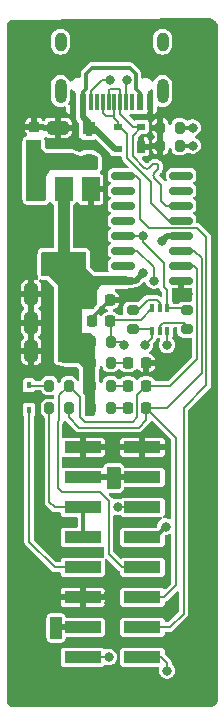
<source format=gtl>
G04 #@! TF.GenerationSoftware,KiCad,Pcbnew,7.0.1*
G04 #@! TF.CreationDate,2023-08-15T21:07:27+02:00*
G04 #@! TF.ProjectId,ESP_PROG,4553505f-5052-44f4-972e-6b696361645f,rev?*
G04 #@! TF.SameCoordinates,Original*
G04 #@! TF.FileFunction,Copper,L1,Top*
G04 #@! TF.FilePolarity,Positive*
%FSLAX46Y46*%
G04 Gerber Fmt 4.6, Leading zero omitted, Abs format (unit mm)*
G04 Created by KiCad (PCBNEW 7.0.1) date 2023-08-15 21:07:27*
%MOMM*%
%LPD*%
G01*
G04 APERTURE LIST*
G04 Aperture macros list*
%AMRoundRect*
0 Rectangle with rounded corners*
0 $1 Rounding radius*
0 $2 $3 $4 $5 $6 $7 $8 $9 X,Y pos of 4 corners*
0 Add a 4 corners polygon primitive as box body*
4,1,4,$2,$3,$4,$5,$6,$7,$8,$9,$2,$3,0*
0 Add four circle primitives for the rounded corners*
1,1,$1+$1,$2,$3*
1,1,$1+$1,$4,$5*
1,1,$1+$1,$6,$7*
1,1,$1+$1,$8,$9*
0 Add four rect primitives between the rounded corners*
20,1,$1+$1,$2,$3,$4,$5,0*
20,1,$1+$1,$4,$5,$6,$7,0*
20,1,$1+$1,$6,$7,$8,$9,0*
20,1,$1+$1,$8,$9,$2,$3,0*%
G04 Aperture macros list end*
G04 #@! TA.AperFunction,SMDPad,CuDef*
%ADD10RoundRect,0.200000X-0.275000X0.200000X-0.275000X-0.200000X0.275000X-0.200000X0.275000X0.200000X0*%
G04 #@! TD*
G04 #@! TA.AperFunction,SMDPad,CuDef*
%ADD11O,1.000000X2.100000*%
G04 #@! TD*
G04 #@! TA.AperFunction,SMDPad,CuDef*
%ADD12O,1.000000X1.600000*%
G04 #@! TD*
G04 #@! TA.AperFunction,SMDPad,CuDef*
%ADD13R,0.600000X1.450000*%
G04 #@! TD*
G04 #@! TA.AperFunction,SMDPad,CuDef*
%ADD14R,0.300000X1.450000*%
G04 #@! TD*
G04 #@! TA.AperFunction,ComponentPad*
%ADD15O,1.000000X2.100000*%
G04 #@! TD*
G04 #@! TA.AperFunction,ComponentPad*
%ADD16O,1.000000X1.600000*%
G04 #@! TD*
G04 #@! TA.AperFunction,SMDPad,CuDef*
%ADD17R,3.150000X1.000000*%
G04 #@! TD*
G04 #@! TA.AperFunction,SMDPad,CuDef*
%ADD18RoundRect,0.225000X-0.225000X-0.250000X0.225000X-0.250000X0.225000X0.250000X-0.225000X0.250000X0*%
G04 #@! TD*
G04 #@! TA.AperFunction,SMDPad,CuDef*
%ADD19RoundRect,0.200000X0.200000X0.275000X-0.200000X0.275000X-0.200000X-0.275000X0.200000X-0.275000X0*%
G04 #@! TD*
G04 #@! TA.AperFunction,SMDPad,CuDef*
%ADD20RoundRect,0.250000X0.325000X0.650000X-0.325000X0.650000X-0.325000X-0.650000X0.325000X-0.650000X0*%
G04 #@! TD*
G04 #@! TA.AperFunction,SMDPad,CuDef*
%ADD21RoundRect,0.150000X0.825000X0.150000X-0.825000X0.150000X-0.825000X-0.150000X0.825000X-0.150000X0*%
G04 #@! TD*
G04 #@! TA.AperFunction,SMDPad,CuDef*
%ADD22RoundRect,0.200000X-0.200000X-0.275000X0.200000X-0.275000X0.200000X0.275000X-0.200000X0.275000X0*%
G04 #@! TD*
G04 #@! TA.AperFunction,SMDPad,CuDef*
%ADD23R,0.700000X1.000000*%
G04 #@! TD*
G04 #@! TA.AperFunction,SMDPad,CuDef*
%ADD24R,0.700000X0.600000*%
G04 #@! TD*
G04 #@! TA.AperFunction,SMDPad,CuDef*
%ADD25R,1.500000X2.000000*%
G04 #@! TD*
G04 #@! TA.AperFunction,SMDPad,CuDef*
%ADD26R,3.800000X2.000000*%
G04 #@! TD*
G04 #@! TA.AperFunction,SMDPad,CuDef*
%ADD27RoundRect,0.218750X0.218750X0.256250X-0.218750X0.256250X-0.218750X-0.256250X0.218750X-0.256250X0*%
G04 #@! TD*
G04 #@! TA.AperFunction,SMDPad,CuDef*
%ADD28RoundRect,0.250000X0.650000X-0.325000X0.650000X0.325000X-0.650000X0.325000X-0.650000X-0.325000X0*%
G04 #@! TD*
G04 #@! TA.AperFunction,SMDPad,CuDef*
%ADD29RoundRect,0.225000X0.225000X0.250000X-0.225000X0.250000X-0.225000X-0.250000X0.225000X-0.250000X0*%
G04 #@! TD*
G04 #@! TA.AperFunction,SMDPad,CuDef*
%ADD30R,0.450000X0.600000*%
G04 #@! TD*
G04 #@! TA.AperFunction,SMDPad,CuDef*
%ADD31R,1.100000X1.100000*%
G04 #@! TD*
G04 #@! TA.AperFunction,SMDPad,CuDef*
%ADD32R,0.600000X0.400000*%
G04 #@! TD*
G04 #@! TA.AperFunction,SMDPad,CuDef*
%ADD33R,0.400000X0.650000*%
G04 #@! TD*
G04 #@! TA.AperFunction,SMDPad,CuDef*
%ADD34RoundRect,0.225000X0.250000X-0.225000X0.250000X0.225000X-0.250000X0.225000X-0.250000X-0.225000X0*%
G04 #@! TD*
G04 #@! TA.AperFunction,ViaPad*
%ADD35C,0.800000*%
G04 #@! TD*
G04 #@! TA.AperFunction,ViaPad*
%ADD36C,2.300000*%
G04 #@! TD*
G04 #@! TA.AperFunction,Conductor*
%ADD37C,0.500000*%
G04 #@! TD*
G04 #@! TA.AperFunction,Conductor*
%ADD38C,0.300000*%
G04 #@! TD*
G04 #@! TA.AperFunction,Conductor*
%ADD39C,0.200000*%
G04 #@! TD*
G04 APERTURE END LIST*
D10*
X54483000Y-52769000D03*
X54483000Y-54419000D03*
D11*
X57025000Y-34245000D03*
D12*
X57025000Y-30065000D03*
D11*
X48385000Y-34245000D03*
D12*
X48385000Y-30065000D03*
D13*
X55955000Y-35160000D03*
X55155000Y-35160000D03*
D14*
X53955000Y-35160000D03*
X52955000Y-35160000D03*
X52455000Y-35160000D03*
X51455000Y-35160000D03*
D13*
X50255000Y-35160000D03*
X49455000Y-35160000D03*
X49455000Y-35160000D03*
X50255000Y-35160000D03*
D14*
X50955000Y-35160000D03*
X51955000Y-35160000D03*
X53455000Y-35160000D03*
X54455000Y-35160000D03*
D13*
X55155000Y-35160000D03*
X55955000Y-35160000D03*
D15*
X57025000Y-34245000D03*
D16*
X57025000Y-30065000D03*
D15*
X48385000Y-34245000D03*
D16*
X48385000Y-30065000D03*
D17*
X50274040Y-64398672D03*
X55324040Y-64398672D03*
X50274040Y-66938672D03*
X55324040Y-66938672D03*
X50274040Y-69478672D03*
X55324040Y-69478672D03*
X50274040Y-72018672D03*
X55324040Y-72018672D03*
X50274040Y-74558672D03*
X55324040Y-74558672D03*
X50274040Y-77098672D03*
X55324040Y-77098672D03*
X50274040Y-79638672D03*
X55324040Y-79638672D03*
X50274040Y-82178672D03*
X55324040Y-82178672D03*
D18*
X51041000Y-51943000D03*
X52591000Y-51943000D03*
D19*
X52640182Y-61097141D03*
X50990182Y-61097141D03*
X49085000Y-59182000D03*
X47435000Y-59182000D03*
D20*
X48846000Y-53848000D03*
X45896000Y-53848000D03*
D19*
X52644581Y-57273918D03*
X50994581Y-57273918D03*
D21*
X58609000Y-50292000D03*
X58609000Y-49022000D03*
X58609000Y-47752000D03*
X58609000Y-46482000D03*
X58609000Y-45212000D03*
X58609000Y-43942000D03*
X58609000Y-42672000D03*
X58609000Y-41402000D03*
X53659000Y-41402000D03*
X53659000Y-42672000D03*
X53659000Y-43942000D03*
X53659000Y-45212000D03*
X53659000Y-46482000D03*
X53659000Y-47752000D03*
X53659000Y-49022000D03*
X53659000Y-50292000D03*
D22*
X56833000Y-37338000D03*
X58483000Y-37338000D03*
D23*
X55229000Y-38977000D03*
D24*
X55229000Y-37277000D03*
X53229000Y-37277000D03*
X53229000Y-39177000D03*
D19*
X52649979Y-55509101D03*
X50999979Y-55509101D03*
X49085000Y-61087000D03*
X47435000Y-61087000D03*
D25*
X50941000Y-42570000D03*
X48641000Y-42570000D03*
D26*
X48641000Y-48870000D03*
D25*
X46341000Y-42570000D03*
D20*
X48846000Y-51435000D03*
X45896000Y-51435000D03*
D10*
X59055000Y-52769000D03*
X59055000Y-54419000D03*
D27*
X55651500Y-61087000D03*
X54076500Y-61087000D03*
D20*
X48846000Y-56261000D03*
X45896000Y-56261000D03*
D28*
X48133000Y-40314108D03*
X48133000Y-37364108D03*
D27*
X55651500Y-59182000D03*
X54076500Y-59182000D03*
D29*
X52599979Y-53731101D03*
X51049979Y-53731101D03*
D30*
X45720000Y-59148000D03*
X45720000Y-61248000D03*
D31*
X50759126Y-40212726D03*
D32*
X50759126Y-39712726D03*
X50759126Y-37912726D03*
D31*
X50759126Y-37412726D03*
D22*
X56833000Y-38862000D03*
X58483000Y-38862000D03*
D33*
X56119000Y-54544000D03*
X56769000Y-54544000D03*
X57419000Y-54544000D03*
X57419000Y-52644000D03*
X56769000Y-52644000D03*
X56119000Y-52644000D03*
D34*
X46157915Y-38805594D03*
X46157915Y-37255594D03*
D19*
X52641000Y-59182000D03*
X50991000Y-59182000D03*
D27*
X55651500Y-57279315D03*
X54076500Y-57279315D03*
D35*
X48006000Y-80137000D03*
X46228000Y-40894000D03*
X48006000Y-79248000D03*
X46228000Y-40005000D03*
X50546000Y-46101000D03*
X44958000Y-34163000D03*
X51435000Y-46101000D03*
X52832000Y-64770000D03*
X58801000Y-55753000D03*
D36*
X59500000Y-84500000D03*
D35*
X53721000Y-51562000D03*
X52451000Y-77597000D03*
X60706000Y-35052000D03*
X58293000Y-51435000D03*
D36*
X46000000Y-84500000D03*
X60000000Y-29972000D03*
X45500000Y-29972000D03*
D35*
X59182000Y-51435000D03*
X52832000Y-63881000D03*
X60706000Y-35941000D03*
X52451000Y-76708000D03*
X44958000Y-33274000D03*
X54610000Y-51562000D03*
X52832000Y-66548000D03*
X50165000Y-50673000D03*
X56946122Y-46939878D03*
X51054000Y-50673000D03*
X55372000Y-49657000D03*
X52832000Y-67437000D03*
X53213000Y-69469000D03*
X53721000Y-55753000D03*
X53975000Y-33274000D03*
X59563000Y-37338000D03*
X59563000Y-38862000D03*
X52578000Y-33274000D03*
X52451000Y-82169000D03*
X55499000Y-55753000D03*
X56261000Y-50292000D03*
X57404000Y-55753000D03*
X57277000Y-71120000D03*
X57404000Y-83312000D03*
X55372000Y-46482000D03*
D37*
X50274040Y-79638672D02*
X48396672Y-79638672D01*
X48396672Y-79638672D02*
X48006000Y-79248000D01*
D38*
X51049979Y-53484021D02*
X52591000Y-51943000D01*
X51049979Y-53731101D02*
X51049979Y-53484021D01*
D37*
X55324040Y-66938672D02*
X52841672Y-66938672D01*
X50274040Y-66938672D02*
X52841672Y-66938672D01*
X57404000Y-46482000D02*
X56946122Y-46939878D01*
X53659000Y-50292000D02*
X54737000Y-50292000D01*
X52841672Y-66938672D02*
X52832000Y-66929000D01*
X52832000Y-66548000D02*
X52832000Y-66929000D01*
X58609000Y-46482000D02*
X57404000Y-46482000D01*
X54737000Y-50292000D02*
X55372000Y-49657000D01*
X52832000Y-66929000D02*
X52832000Y-67437000D01*
D39*
X53721000Y-55753000D02*
X53477101Y-55509101D01*
X52737080Y-53594000D02*
X52599979Y-53731101D01*
X52649979Y-55509101D02*
X52649979Y-53781101D01*
X53213000Y-69469000D02*
X55314368Y-69469000D01*
X53477101Y-55509101D02*
X52649979Y-55509101D01*
X55169000Y-53594000D02*
X52737080Y-53594000D01*
X56119000Y-52644000D02*
X55169000Y-53594000D01*
X52649979Y-53781101D02*
X52599979Y-53731101D01*
X55314368Y-69469000D02*
X55324040Y-69478672D01*
X56324500Y-41168235D02*
X56607342Y-40885392D01*
X56896000Y-42164000D02*
X56324500Y-41592500D01*
X55475970Y-40743970D02*
X55475971Y-40743971D01*
X54483000Y-38023000D02*
X55229000Y-37277000D01*
X58609000Y-43942000D02*
X57277000Y-43942000D01*
X56183077Y-40461128D02*
X55900234Y-40743970D01*
X55475971Y-40743971D02*
X54483000Y-39751000D01*
X53455000Y-35160000D02*
X53455000Y-34185000D01*
X52578000Y-34036000D02*
X52455000Y-34159000D01*
X57277000Y-43942000D02*
X56896000Y-43561000D01*
X53455000Y-36183000D02*
X54549000Y-37277000D01*
X53455000Y-35160000D02*
X53455000Y-36183000D01*
X54549000Y-37277000D02*
X55229000Y-37277000D01*
X56183077Y-40461127D02*
X56183077Y-40461128D01*
X53306000Y-34036000D02*
X52578000Y-34036000D01*
X56324499Y-41168235D02*
X56324500Y-41168235D01*
X54483000Y-39751000D02*
X54483000Y-38023000D01*
X53455000Y-34185000D02*
X53306000Y-34036000D01*
X56896000Y-43561000D02*
X56896000Y-42164000D01*
X52455000Y-34159000D02*
X52455000Y-35160000D01*
X56607333Y-40461137D02*
G75*
G03*
X56183077Y-40461127I-212133J-212163D01*
G01*
X56324532Y-41168269D02*
G75*
G03*
X56324500Y-41592500I212068J-212131D01*
G01*
X56607382Y-40885432D02*
G75*
G03*
X56607342Y-40461128I-212182J212132D01*
G01*
X55475971Y-40743969D02*
G75*
G03*
X55900233Y-40743969I212131J212131D01*
G01*
X52955000Y-36572000D02*
X53229000Y-36846000D01*
X54004000Y-39907000D02*
X56007000Y-41910000D01*
X52197000Y-36322000D02*
X52832000Y-36322000D01*
X56007000Y-43688000D02*
X57531000Y-45212000D01*
X53406000Y-37277000D02*
X54004000Y-37875000D01*
X52832000Y-36322000D02*
X52955000Y-36199000D01*
X54004000Y-37875000D02*
X54004000Y-39907000D01*
X51955000Y-36080000D02*
X52197000Y-36322000D01*
X57531000Y-45212000D02*
X58609000Y-45212000D01*
X53229000Y-37277000D02*
X53406000Y-37277000D01*
X52955000Y-36199000D02*
X52955000Y-36572000D01*
X52955000Y-36199000D02*
X52955000Y-35160000D01*
X56007000Y-41910000D02*
X56007000Y-43688000D01*
X51955000Y-35160000D02*
X51955000Y-36080000D01*
X53229000Y-36846000D02*
X53229000Y-37277000D01*
X57140328Y-77098672D02*
X55324040Y-77098672D01*
X60344000Y-48406000D02*
X59690000Y-47752000D01*
X55651500Y-61087000D02*
X58166000Y-63601500D01*
X55651500Y-62077500D02*
X55651500Y-61087000D01*
X57404000Y-61087000D02*
X60344000Y-58147000D01*
X58166000Y-76073000D02*
X57140328Y-77098672D01*
X49085000Y-61873141D02*
X49949859Y-62738000D01*
X49085000Y-61087000D02*
X49085000Y-61873141D01*
X49949859Y-62738000D02*
X54991000Y-62738000D01*
X54991000Y-62738000D02*
X55651500Y-62077500D01*
X60344000Y-58147000D02*
X60344000Y-48406000D01*
X55651500Y-61087000D02*
X57404000Y-61087000D01*
X58166000Y-63601500D02*
X58166000Y-76073000D01*
X59690000Y-47752000D02*
X58609000Y-47752000D01*
X47435000Y-59182000D02*
X45754000Y-59182000D01*
X45754000Y-59182000D02*
X45720000Y-59148000D01*
X55651500Y-59182000D02*
X54864000Y-59969500D01*
X54864000Y-61849000D02*
X54483000Y-62230000D01*
X53603672Y-74558672D02*
X55324040Y-74558672D01*
X57658000Y-59182000D02*
X55651500Y-59182000D01*
X50033977Y-60130977D02*
X49085000Y-59182000D01*
X59944000Y-49276000D02*
X59944000Y-56896000D01*
X50419000Y-62230000D02*
X50033977Y-61844977D01*
X50033977Y-61844977D02*
X50033977Y-60130977D01*
X54864000Y-59969500D02*
X54864000Y-61849000D01*
X54483000Y-62230000D02*
X50419000Y-62230000D01*
X52451000Y-68961000D02*
X52451000Y-73406000D01*
X59690000Y-49022000D02*
X59944000Y-49276000D01*
X48135000Y-67820000D02*
X48514000Y-68199000D01*
X49085000Y-59182000D02*
X48272784Y-59994216D01*
X48135000Y-62230997D02*
X48135000Y-67820000D01*
X59944000Y-56896000D02*
X57658000Y-59182000D01*
X48514000Y-68199000D02*
X51689000Y-68199000D01*
X48272784Y-59994216D02*
X48272784Y-62093213D01*
X58609000Y-49022000D02*
X59690000Y-49022000D01*
X48272784Y-62093213D02*
X48135000Y-62230997D01*
X51689000Y-68199000D02*
X52451000Y-68961000D01*
X52451000Y-73406000D02*
X53603672Y-74558672D01*
X47888672Y-74558672D02*
X50274040Y-74558672D01*
X45720000Y-61248000D02*
X45720000Y-72390000D01*
X45720000Y-72390000D02*
X47888672Y-74558672D01*
X54076500Y-61087000D02*
X52650323Y-61087000D01*
X52650323Y-61087000D02*
X52640182Y-61097141D01*
D37*
X53020000Y-39177000D02*
X53229000Y-39177000D01*
D38*
X55155000Y-35160000D02*
X55155000Y-34454000D01*
X51054000Y-32258000D02*
X50546000Y-32766000D01*
X54229000Y-32258000D02*
X51054000Y-32258000D01*
X50546000Y-34036000D02*
X50255000Y-34327000D01*
X50255000Y-34327000D02*
X50255000Y-35160000D01*
D37*
X51255726Y-37412726D02*
X53020000Y-39177000D01*
X50759126Y-37412726D02*
X50759126Y-36962362D01*
D38*
X50546000Y-32766000D02*
X50546000Y-34036000D01*
X54737000Y-32766000D02*
X54229000Y-32258000D01*
D37*
X50759126Y-37412726D02*
X51255726Y-37412726D01*
X50759126Y-36962362D02*
X50251928Y-36455164D01*
X50251928Y-36455164D02*
X50255000Y-36452092D01*
X50255000Y-36452092D02*
X50255000Y-35160000D01*
D38*
X54737000Y-34036000D02*
X54737000Y-32766000D01*
X55155000Y-34454000D02*
X54737000Y-34036000D01*
D39*
X54076500Y-59182000D02*
X52641000Y-59182000D01*
X54076500Y-57279315D02*
X52649978Y-57279315D01*
X52649978Y-57279315D02*
X52644581Y-57273918D01*
D38*
X58483000Y-37338000D02*
X59563000Y-37338000D01*
D39*
X53955000Y-33294000D02*
X53955000Y-35160000D01*
X53975000Y-33274000D02*
X53955000Y-33294000D01*
X52578000Y-33274000D02*
X51916000Y-33274000D01*
X50955000Y-34235000D02*
X50955000Y-35160000D01*
X51916000Y-33274000D02*
X50955000Y-34235000D01*
D38*
X58483000Y-38862000D02*
X59563000Y-38862000D01*
D39*
X52441328Y-82178672D02*
X50274040Y-82178672D01*
X56261000Y-49149000D02*
X54864000Y-47752000D01*
X54483000Y-54419000D02*
X55994000Y-54419000D01*
X55499000Y-55753000D02*
X56119000Y-55133000D01*
X52451000Y-82169000D02*
X52441328Y-82178672D01*
X55994000Y-54419000D02*
X56119000Y-54544000D01*
X56119000Y-55133000D02*
X56119000Y-54544000D01*
X54864000Y-47752000D02*
X53659000Y-47752000D01*
X56261000Y-50292000D02*
X56261000Y-49149000D01*
D38*
X50274040Y-72018672D02*
X50274040Y-69478672D01*
D39*
X47435000Y-61087000D02*
X47435000Y-69025000D01*
X47888672Y-69478672D02*
X50274040Y-69478672D01*
X47435000Y-69025000D02*
X47888672Y-69478672D01*
D38*
X56378328Y-72018672D02*
X57277000Y-71120000D01*
D39*
X57419000Y-55738000D02*
X57419000Y-54544000D01*
D38*
X55324040Y-72018672D02*
X56378328Y-72018672D01*
D39*
X57404000Y-55753000D02*
X57419000Y-55738000D01*
X57023000Y-53848000D02*
X58801000Y-53848000D01*
X56769000Y-54102000D02*
X57023000Y-53848000D01*
X58801000Y-53848000D02*
X59055000Y-54102000D01*
X56769000Y-54544000D02*
X56769000Y-54102000D01*
X59055000Y-54102000D02*
X59055000Y-54419000D01*
X55753000Y-51943000D02*
X56543000Y-51943000D01*
X56543000Y-51943000D02*
X56769000Y-52169000D01*
X54927000Y-52769000D02*
X55753000Y-51943000D01*
X56769000Y-52169000D02*
X56769000Y-52644000D01*
X54483000Y-52769000D02*
X54927000Y-52769000D01*
X57150500Y-50865500D02*
X57419000Y-51134000D01*
X55372000Y-46482000D02*
X53659000Y-46482000D01*
X57419000Y-52644000D02*
X58930000Y-52644000D01*
X57419000Y-51134000D02*
X57419000Y-52644000D01*
X55372000Y-46482000D02*
X55372000Y-46990000D01*
X56905672Y-82178672D02*
X55324040Y-82178672D01*
X57404000Y-82677000D02*
X56905672Y-82178672D01*
X57150500Y-48768500D02*
X57150500Y-50865500D01*
X55372000Y-46990000D02*
X57150500Y-48768500D01*
X57404000Y-83312000D02*
X57404000Y-82677000D01*
X58930000Y-52644000D02*
X59055000Y-52769000D01*
X55880000Y-45847000D02*
X59944000Y-45847000D01*
X60744000Y-46647000D02*
X60744000Y-59144000D01*
X58801000Y-61087000D02*
X58801000Y-78486000D01*
X60744000Y-59144000D02*
X58801000Y-61087000D01*
X55118000Y-41783000D02*
X55118000Y-45085000D01*
X58801000Y-78486000D02*
X57648328Y-79638672D01*
X55118000Y-45085000D02*
X55880000Y-45847000D01*
X57648328Y-79638672D02*
X55324040Y-79638672D01*
X54737000Y-41402000D02*
X55118000Y-41783000D01*
X59944000Y-45847000D02*
X60744000Y-46647000D01*
X53659000Y-41402000D02*
X54737000Y-41402000D01*
G04 #@! TA.AperFunction,Conductor*
G36*
X49086000Y-41672881D02*
G01*
X49132119Y-41719000D01*
X49149000Y-41782000D01*
X49149000Y-49657000D01*
X48133000Y-49657000D01*
X48133000Y-41782000D01*
X48149881Y-41719000D01*
X48196000Y-41672881D01*
X48259000Y-41656000D01*
X49023000Y-41656000D01*
X49086000Y-41672881D01*
G37*
G04 #@! TD.AperFunction*
G04 #@! TA.AperFunction,Conductor*
G36*
X48133000Y-49657000D02*
G01*
X49149000Y-49657000D01*
X49149000Y-47879000D01*
X50420000Y-47879000D01*
X50483000Y-47895881D01*
X50529119Y-47942000D01*
X50546000Y-48005000D01*
X50546000Y-49276001D01*
X51180998Y-49910999D01*
X51181000Y-49911000D01*
X53976000Y-49911000D01*
X54039000Y-49927881D01*
X54085119Y-49974000D01*
X54102000Y-50037000D01*
X54102000Y-50547000D01*
X54085119Y-50610000D01*
X54039000Y-50656119D01*
X53976000Y-50673000D01*
X51816000Y-50673000D01*
X51435000Y-51180999D01*
X51435000Y-52285851D01*
X51429594Y-52322364D01*
X51413838Y-52355743D01*
X51218405Y-52648892D01*
X51173021Y-52690091D01*
X51113567Y-52705000D01*
X50165000Y-52705000D01*
X50165000Y-54737000D01*
X50888851Y-54737000D01*
X50925364Y-54742406D01*
X50958743Y-54758162D01*
X51251892Y-54953595D01*
X51293091Y-54998979D01*
X51308000Y-55058433D01*
X51308000Y-61596000D01*
X51291119Y-61659000D01*
X51245000Y-61705119D01*
X51182000Y-61722000D01*
X50560477Y-61722000D01*
X50497477Y-61705119D01*
X50451358Y-61659000D01*
X50434477Y-61596000D01*
X50434477Y-60067544D01*
X50427678Y-60046619D01*
X50423064Y-60027402D01*
X50419623Y-60005673D01*
X50409634Y-59986070D01*
X50402070Y-59967809D01*
X50395273Y-59946887D01*
X50382343Y-59929091D01*
X50372012Y-59912233D01*
X50362027Y-59892635D01*
X50328902Y-59859510D01*
X50301591Y-59818637D01*
X50292000Y-59770418D01*
X50292000Y-57658000D01*
X50291999Y-57657998D01*
X49911001Y-57277000D01*
X49911000Y-57277000D01*
X48905430Y-57277000D01*
X48884716Y-57275286D01*
X48884715Y-57275285D01*
X48238284Y-57167547D01*
X48184392Y-57144798D01*
X48146580Y-57100163D01*
X48133000Y-57043262D01*
X48133000Y-50673000D01*
X48132999Y-50672998D01*
X47371001Y-49911000D01*
X47371000Y-49911000D01*
X46862000Y-49911000D01*
X46799000Y-49894119D01*
X46752881Y-49848000D01*
X46736000Y-49785000D01*
X46736000Y-48005000D01*
X46752881Y-47942000D01*
X46799000Y-47895881D01*
X46862000Y-47879000D01*
X48133000Y-47879000D01*
X48133000Y-49657000D01*
G37*
G04 #@! TD.AperFunction*
G04 #@! TA.AperFunction,Conductor*
G36*
X46673000Y-38370881D02*
G01*
X46719119Y-38417000D01*
X46736000Y-38480000D01*
X46736000Y-39116001D01*
X47116998Y-39496999D01*
X47117000Y-39497000D01*
X49378735Y-39497000D01*
X49425529Y-39506011D01*
X50038000Y-39751000D01*
X51436000Y-39751000D01*
X51499000Y-39767881D01*
X51545119Y-39814000D01*
X51562000Y-39877000D01*
X51562000Y-40768000D01*
X51545119Y-40831000D01*
X51499000Y-40877119D01*
X51436000Y-40894000D01*
X47498000Y-40894000D01*
X47117000Y-41528998D01*
X47117000Y-43435000D01*
X47100119Y-43498000D01*
X47054000Y-43544119D01*
X46991000Y-43561000D01*
X45592000Y-43561000D01*
X45529000Y-43544119D01*
X45482881Y-43498000D01*
X45466000Y-43435000D01*
X45466000Y-38480000D01*
X45482881Y-38417000D01*
X45529000Y-38370881D01*
X45592000Y-38354000D01*
X46610000Y-38354000D01*
X46673000Y-38370881D01*
G37*
G04 #@! TD.AperFunction*
G04 #@! TA.AperFunction,Conductor*
G36*
X48451000Y-78756881D02*
G01*
X48497119Y-78803000D01*
X48514000Y-78866000D01*
X48514000Y-80519000D01*
X48497119Y-80582000D01*
X48451000Y-80628119D01*
X48388000Y-80645000D01*
X47624000Y-80645000D01*
X47561000Y-80628119D01*
X47514881Y-80582000D01*
X47498000Y-80519000D01*
X47498000Y-78866000D01*
X47514881Y-78803000D01*
X47561000Y-78756881D01*
X47624000Y-78740000D01*
X48388000Y-78740000D01*
X48451000Y-78756881D01*
G37*
G04 #@! TD.AperFunction*
G04 #@! TA.AperFunction,Conductor*
G36*
X53404000Y-66056881D02*
G01*
X53450119Y-66103000D01*
X53467000Y-66166000D01*
X53467000Y-67819000D01*
X53450119Y-67882000D01*
X53404000Y-67928119D01*
X53341000Y-67945000D01*
X52450000Y-67945000D01*
X52387000Y-67928119D01*
X52340881Y-67882000D01*
X52324000Y-67819000D01*
X52324000Y-66166000D01*
X52340881Y-66103000D01*
X52387000Y-66056881D01*
X52450000Y-66040000D01*
X53341000Y-66040000D01*
X53404000Y-66056881D01*
G37*
G04 #@! TD.AperFunction*
G04 #@! TA.AperFunction,Conductor*
G36*
X48800283Y-62174238D02*
G01*
X48850440Y-62204974D01*
X49621809Y-62976342D01*
X49711517Y-63066050D01*
X49731115Y-63076035D01*
X49747973Y-63086366D01*
X49765769Y-63099296D01*
X49786686Y-63106092D01*
X49804952Y-63113658D01*
X49824552Y-63123645D01*
X49824553Y-63123645D01*
X49824555Y-63123646D01*
X49846289Y-63127087D01*
X49865501Y-63131699D01*
X49886426Y-63138499D01*
X49907906Y-63138499D01*
X49907918Y-63138500D01*
X49918340Y-63138500D01*
X54927567Y-63138500D01*
X55022519Y-63138500D01*
X55054431Y-63138500D01*
X55054433Y-63138500D01*
X55075360Y-63131700D01*
X55094576Y-63127087D01*
X55116304Y-63123646D01*
X55135906Y-63113657D01*
X55154163Y-63106094D01*
X55175090Y-63099296D01*
X55192891Y-63086362D01*
X55209738Y-63076038D01*
X55229342Y-63066050D01*
X55237443Y-63057948D01*
X55237451Y-63057943D01*
X55971443Y-62323951D01*
X55971448Y-62323943D01*
X55979550Y-62315842D01*
X55989538Y-62296238D01*
X55999862Y-62279391D01*
X56012796Y-62261590D01*
X56012796Y-62261588D01*
X56024529Y-62245441D01*
X56025555Y-62246186D01*
X56044102Y-62217206D01*
X56100218Y-62187206D01*
X56163838Y-62188453D01*
X56218735Y-62220628D01*
X57728595Y-63730488D01*
X57755909Y-63771365D01*
X57765500Y-63819583D01*
X57765500Y-70376838D01*
X57749248Y-70438736D01*
X57704684Y-70484667D01*
X57643305Y-70502781D01*
X57580946Y-70488405D01*
X57527225Y-70460210D01*
X57362056Y-70419500D01*
X57191944Y-70419500D01*
X57187374Y-70419500D01*
X57130171Y-70405767D01*
X57085438Y-70367561D01*
X57062925Y-70313211D01*
X57067541Y-70254564D01*
X57098279Y-70204405D01*
X57151245Y-70151438D01*
X57151244Y-70151438D01*
X57151246Y-70151437D01*
X57196625Y-70048663D01*
X57199540Y-70023537D01*
X57199539Y-68933808D01*
X57196625Y-68908681D01*
X57151246Y-68805907D01*
X57151245Y-68805906D01*
X57151245Y-68805905D01*
X57071806Y-68726466D01*
X56969032Y-68681087D01*
X56962749Y-68680358D01*
X56943905Y-68678172D01*
X56943902Y-68678172D01*
X53704174Y-68678172D01*
X53679049Y-68681086D01*
X53576274Y-68726466D01*
X53537787Y-68764953D01*
X53482527Y-68797229D01*
X53418539Y-68798196D01*
X53298056Y-68768500D01*
X53127944Y-68768500D01*
X52962775Y-68809210D01*
X52962772Y-68809211D01*
X52947921Y-68812872D01*
X52947648Y-68811767D01*
X52909742Y-68821272D01*
X52851979Y-68807773D01*
X52806796Y-68769341D01*
X52799363Y-68759110D01*
X52789040Y-68742265D01*
X52779050Y-68722658D01*
X52765307Y-68708915D01*
X52765300Y-68708906D01*
X52521989Y-68465595D01*
X52491251Y-68415436D01*
X52486635Y-68356789D01*
X52509148Y-68302439D01*
X52553881Y-68264233D01*
X52611084Y-68250500D01*
X53341000Y-68250500D01*
X53420070Y-68240090D01*
X53483070Y-68223209D01*
X53556750Y-68192690D01*
X53620021Y-68144140D01*
X53666140Y-68098021D01*
X53714690Y-68034750D01*
X53745209Y-67961070D01*
X53762090Y-67898070D01*
X53768586Y-67848722D01*
X53790295Y-67792901D01*
X53835327Y-67753408D01*
X53893504Y-67739171D01*
X56943904Y-67739171D01*
X56943906Y-67739171D01*
X56960655Y-67737228D01*
X56969031Y-67736257D01*
X57071805Y-67690878D01*
X57151246Y-67611437D01*
X57196625Y-67508663D01*
X57199540Y-67483537D01*
X57199539Y-66393808D01*
X57196625Y-66368681D01*
X57151246Y-66265907D01*
X57151245Y-66265906D01*
X57151245Y-66265905D01*
X57071806Y-66186466D01*
X56969032Y-66141087D01*
X56962749Y-66140358D01*
X56943905Y-66138172D01*
X56943902Y-66138172D01*
X53872503Y-66138172D01*
X53819253Y-66126367D01*
X53775981Y-66093163D01*
X53750797Y-66044785D01*
X53745209Y-66023930D01*
X53740339Y-66012173D01*
X53714691Y-65950251D01*
X53666135Y-65886973D01*
X53620026Y-65840864D01*
X53556748Y-65792308D01*
X53483075Y-65761793D01*
X53483074Y-65761792D01*
X53483070Y-65761791D01*
X53420070Y-65744910D01*
X53420067Y-65744909D01*
X53420065Y-65744909D01*
X53341000Y-65734500D01*
X52450000Y-65734500D01*
X52370934Y-65744909D01*
X52370930Y-65744909D01*
X52370930Y-65744910D01*
X52307930Y-65761791D01*
X52307927Y-65761792D01*
X52307924Y-65761793D01*
X52234251Y-65792308D01*
X52170973Y-65840864D01*
X52124864Y-65886973D01*
X52076308Y-65950251D01*
X52045790Y-66023931D01*
X52039681Y-66046731D01*
X52011308Y-66098765D01*
X51962284Y-66132071D01*
X51903457Y-66139280D01*
X51893905Y-66138172D01*
X48661499Y-66138172D01*
X48598500Y-66121292D01*
X48552381Y-66075173D01*
X48535500Y-66012173D01*
X48535500Y-65324672D01*
X48552381Y-65261672D01*
X48598500Y-65215553D01*
X48661500Y-65198672D01*
X50020040Y-65198672D01*
X50020040Y-64652672D01*
X50528040Y-64652672D01*
X50528040Y-65198671D01*
X51893834Y-65198671D01*
X51918916Y-65195762D01*
X52021518Y-65150459D01*
X52100826Y-65071151D01*
X52146129Y-64968548D01*
X52149040Y-64943462D01*
X52149040Y-64652672D01*
X53449041Y-64652672D01*
X53449041Y-64943466D01*
X53451949Y-64968548D01*
X53497252Y-65071150D01*
X53576560Y-65150458D01*
X53679163Y-65195761D01*
X53704250Y-65198672D01*
X55070040Y-65198672D01*
X55070040Y-64652672D01*
X55578040Y-64652672D01*
X55578040Y-65198671D01*
X56943834Y-65198671D01*
X56968916Y-65195762D01*
X57071518Y-65150459D01*
X57150826Y-65071151D01*
X57196129Y-64968548D01*
X57199040Y-64943462D01*
X57199040Y-64652672D01*
X55578040Y-64652672D01*
X55070040Y-64652672D01*
X53449041Y-64652672D01*
X52149040Y-64652672D01*
X50528040Y-64652672D01*
X50020040Y-64652672D01*
X50020040Y-63598673D01*
X48661500Y-63598673D01*
X48661496Y-63598672D01*
X50528040Y-63598672D01*
X50528040Y-64144672D01*
X52149039Y-64144672D01*
X53449040Y-64144672D01*
X55070040Y-64144672D01*
X55070040Y-63598673D01*
X53704246Y-63598673D01*
X53679163Y-63601581D01*
X53576561Y-63646884D01*
X53497253Y-63726192D01*
X53451950Y-63828795D01*
X53449040Y-63853882D01*
X53449040Y-64144672D01*
X52149039Y-64144672D01*
X52149039Y-63853878D01*
X52146130Y-63828795D01*
X52100827Y-63726193D01*
X52021519Y-63646885D01*
X51918916Y-63601582D01*
X51893830Y-63598672D01*
X55578040Y-63598672D01*
X55578040Y-64144672D01*
X57199039Y-64144672D01*
X57199039Y-63853878D01*
X57196130Y-63828795D01*
X57150827Y-63726193D01*
X57071519Y-63646885D01*
X56968916Y-63601582D01*
X56943830Y-63598672D01*
X55578040Y-63598672D01*
X51893830Y-63598672D01*
X50528040Y-63598672D01*
X48661496Y-63598672D01*
X48598500Y-63581792D01*
X48552381Y-63535673D01*
X48535500Y-63472673D01*
X48535500Y-62449081D01*
X48545091Y-62400863D01*
X48572405Y-62359986D01*
X48592727Y-62339664D01*
X48592732Y-62339656D01*
X48600834Y-62331555D01*
X48610822Y-62311951D01*
X48621146Y-62295104D01*
X48634080Y-62277303D01*
X48640878Y-62256376D01*
X48648439Y-62238123D01*
X48649085Y-62236854D01*
X48687290Y-62192130D01*
X48741639Y-62169621D01*
X48800283Y-62174238D01*
G37*
G04 #@! TD.AperFunction*
G04 #@! TA.AperFunction,Conductor*
G36*
X58216500Y-54265381D02*
G01*
X58262619Y-54311500D01*
X58279500Y-54374500D01*
X58279500Y-54666874D01*
X58285908Y-54726481D01*
X58336204Y-54861331D01*
X58422453Y-54976546D01*
X58480895Y-55020295D01*
X58537669Y-55062796D01*
X58672517Y-55113091D01*
X58732127Y-55119500D01*
X59377872Y-55119499D01*
X59377874Y-55119499D01*
X59404033Y-55116687D01*
X59472556Y-55128630D01*
X59524301Y-55175111D01*
X59543500Y-55241965D01*
X59543500Y-56677918D01*
X59533909Y-56726136D01*
X59506595Y-56767013D01*
X57529012Y-58744595D01*
X57488135Y-58771909D01*
X57439917Y-58781500D01*
X56457286Y-58781500D01*
X56408406Y-58771632D01*
X56367181Y-58743575D01*
X56340072Y-58701725D01*
X56327115Y-58668868D01*
X56293539Y-58624592D01*
X56240867Y-58555132D01*
X56127132Y-58468885D01*
X55994344Y-58416520D01*
X55910904Y-58406500D01*
X55910902Y-58406500D01*
X55392098Y-58406500D01*
X55392096Y-58406500D01*
X55308655Y-58416520D01*
X55175867Y-58468885D01*
X55062132Y-58555132D01*
X54965420Y-58682668D01*
X54963149Y-58680945D01*
X54946807Y-58704097D01*
X54893832Y-58731546D01*
X54834168Y-58731546D01*
X54781193Y-58704097D01*
X54764850Y-58680945D01*
X54762580Y-58682668D01*
X54665867Y-58555132D01*
X54552132Y-58468885D01*
X54419344Y-58416520D01*
X54335904Y-58406500D01*
X54335902Y-58406500D01*
X53817098Y-58406500D01*
X53817096Y-58406500D01*
X53733655Y-58416520D01*
X53600867Y-58468885D01*
X53487132Y-58555133D01*
X53445094Y-58610569D01*
X53400571Y-58647369D01*
X53344306Y-58660434D01*
X53288122Y-58647020D01*
X53243829Y-58609944D01*
X53198546Y-58549453D01*
X53083331Y-58463204D01*
X52948483Y-58412909D01*
X52888872Y-58406500D01*
X52393125Y-58406500D01*
X52333518Y-58412908D01*
X52198668Y-58463204D01*
X52083453Y-58549453D01*
X51997204Y-58664668D01*
X51946909Y-58799517D01*
X51941277Y-58851896D01*
X51920344Y-58909051D01*
X51875062Y-58949724D01*
X51815996Y-58964425D01*
X51756931Y-58949722D01*
X51711651Y-58909047D01*
X51690721Y-58851891D01*
X51685091Y-58799518D01*
X51685091Y-58799517D01*
X51634796Y-58664669D01*
X51634795Y-58664667D01*
X51631924Y-58656970D01*
X51619948Y-58634075D01*
X51613500Y-58594284D01*
X51613500Y-57866418D01*
X51619948Y-57826626D01*
X51638187Y-57791758D01*
X51642474Y-57780264D01*
X51688672Y-57656401D01*
X51694303Y-57604021D01*
X51715234Y-57546868D01*
X51760516Y-57506193D01*
X51819582Y-57491492D01*
X51878647Y-57506194D01*
X51923929Y-57546869D01*
X51944859Y-57604025D01*
X51950489Y-57656399D01*
X52000785Y-57791249D01*
X52087034Y-57906464D01*
X52117028Y-57928917D01*
X52202250Y-57992714D01*
X52337098Y-58043009D01*
X52396708Y-58049418D01*
X52892453Y-58049417D01*
X52892455Y-58049417D01*
X52922258Y-58046212D01*
X52952064Y-58043009D01*
X53086912Y-57992714D01*
X53202127Y-57906464D01*
X53243597Y-57851066D01*
X53287891Y-57813990D01*
X53344075Y-57800576D01*
X53400340Y-57813641D01*
X53444863Y-57850441D01*
X53487132Y-57906182D01*
X53573379Y-57971585D01*
X53600868Y-57992430D01*
X53733654Y-58044794D01*
X53761468Y-58048134D01*
X53817096Y-58054815D01*
X53817098Y-58054815D01*
X54335902Y-58054815D01*
X54335904Y-58054815D01*
X54380851Y-58049417D01*
X54419346Y-58044794D01*
X54552132Y-57992430D01*
X54665867Y-57906182D01*
X54727824Y-57824480D01*
X54762580Y-57778647D01*
X54764712Y-57780264D01*
X54781442Y-57756553D01*
X54834417Y-57729092D01*
X54894086Y-57729084D01*
X54947069Y-57756531D01*
X54963676Y-57780056D01*
X54965860Y-57778401D01*
X55062489Y-57905825D01*
X55176113Y-57991989D01*
X55308774Y-58044304D01*
X55392137Y-58054315D01*
X55397500Y-58054315D01*
X55397500Y-57533315D01*
X55905500Y-57533315D01*
X55905500Y-58054315D01*
X55910863Y-58054315D01*
X55994225Y-58044304D01*
X56126886Y-57991989D01*
X56240510Y-57905825D01*
X56326674Y-57792201D01*
X56378989Y-57659540D01*
X56389000Y-57576178D01*
X56389000Y-57533315D01*
X55905500Y-57533315D01*
X55397500Y-57533315D01*
X55397500Y-57151315D01*
X55414381Y-57088315D01*
X55460500Y-57042196D01*
X55523500Y-57025315D01*
X56389000Y-57025315D01*
X56389000Y-56982452D01*
X56378989Y-56899089D01*
X56326674Y-56766428D01*
X56240510Y-56652804D01*
X56126886Y-56566640D01*
X55979133Y-56508374D01*
X55980308Y-56505394D01*
X55955956Y-56496472D01*
X55916437Y-56454945D01*
X55899407Y-56400207D01*
X55908390Y-56343590D01*
X55941524Y-56296815D01*
X56027183Y-56220929D01*
X56123818Y-56080930D01*
X56184140Y-55921872D01*
X56204645Y-55753000D01*
X56196961Y-55689722D01*
X56202934Y-55633438D01*
X56232943Y-55585448D01*
X56424483Y-55393909D01*
X56442206Y-55376186D01*
X56442206Y-55376184D01*
X56447050Y-55371342D01*
X56457035Y-55351743D01*
X56467366Y-55334884D01*
X56480296Y-55317090D01*
X56487095Y-55296160D01*
X56494661Y-55277900D01*
X56513710Y-55240518D01*
X56516002Y-55241686D01*
X56524378Y-55221455D01*
X56569114Y-55183237D01*
X56626322Y-55169499D01*
X56715518Y-55169499D01*
X56780700Y-55187670D01*
X56827083Y-55236943D01*
X56841286Y-55303106D01*
X56819213Y-55367074D01*
X56779181Y-55425070D01*
X56718859Y-55584128D01*
X56698355Y-55753000D01*
X56718859Y-55921871D01*
X56779181Y-56080929D01*
X56779182Y-56080930D01*
X56875817Y-56220929D01*
X57003148Y-56333734D01*
X57153775Y-56412790D01*
X57318944Y-56453500D01*
X57489054Y-56453500D01*
X57489056Y-56453500D01*
X57654225Y-56412790D01*
X57804852Y-56333734D01*
X57932183Y-56220929D01*
X58028818Y-56080930D01*
X58089140Y-55921872D01*
X58109645Y-55753000D01*
X58089140Y-55584128D01*
X58028818Y-55425070D01*
X57972105Y-55342907D01*
X57932182Y-55285069D01*
X57871028Y-55230892D01*
X57834286Y-55174065D01*
X57832243Y-55106424D01*
X57865488Y-55047483D01*
X57865487Y-55047483D01*
X57871206Y-55041765D01*
X57916585Y-54938991D01*
X57919500Y-54913865D01*
X57919499Y-54374499D01*
X57936380Y-54311500D01*
X57982499Y-54265381D01*
X58045499Y-54248500D01*
X58153500Y-54248500D01*
X58216500Y-54265381D01*
G37*
G04 #@! TD.AperFunction*
G04 #@! TA.AperFunction,Conductor*
G36*
X51872364Y-52432676D02*
G01*
X51916711Y-52469389D01*
X51991279Y-52567721D01*
X52106272Y-52654924D01*
X52240529Y-52707868D01*
X52276899Y-52712236D01*
X52333361Y-52733578D01*
X52373418Y-52778733D01*
X52387876Y-52837337D01*
X52373418Y-52895941D01*
X52333361Y-52941096D01*
X52276899Y-52962438D01*
X52249390Y-52965741D01*
X52115002Y-53018737D01*
X51999902Y-53106021D01*
X51925062Y-53204712D01*
X51880714Y-53241424D01*
X51824665Y-53254577D01*
X51768616Y-53241424D01*
X51724268Y-53204711D01*
X51649700Y-53106379D01*
X51534705Y-53019176D01*
X51524213Y-53015038D01*
X51475595Y-52980774D01*
X51448112Y-52928025D01*
X51447888Y-52868546D01*
X51469762Y-52825778D01*
X51468297Y-52824801D01*
X51481207Y-52805436D01*
X51625991Y-52588257D01*
X51631427Y-52582512D01*
X51630605Y-52581889D01*
X51715917Y-52469389D01*
X51760264Y-52432676D01*
X51816314Y-52419523D01*
X51872364Y-52432676D01*
G37*
G04 #@! TD.AperFunction*
G04 #@! TA.AperFunction,Conductor*
G36*
X55546249Y-50426023D02*
G01*
X55581941Y-50476906D01*
X55636181Y-50619929D01*
X55671625Y-50671278D01*
X55732817Y-50759929D01*
X55860148Y-50872734D01*
X56010775Y-50951790D01*
X56175944Y-50992500D01*
X56346054Y-50992500D01*
X56346056Y-50992500D01*
X56511225Y-50951790D01*
X56584161Y-50913509D01*
X56641566Y-50899083D01*
X56699230Y-50912465D01*
X56744419Y-50950702D01*
X56754072Y-50973903D01*
X56755795Y-50973026D01*
X56774840Y-51010405D01*
X56782406Y-51028670D01*
X56789203Y-51049589D01*
X56802131Y-51067383D01*
X56812460Y-51084238D01*
X56822448Y-51103839D01*
X56822450Y-51103842D01*
X56838683Y-51120075D01*
X56838690Y-51120083D01*
X56981595Y-51262987D01*
X57008909Y-51303865D01*
X57018500Y-51352083D01*
X57018500Y-51547916D01*
X57004767Y-51605119D01*
X56966561Y-51649852D01*
X56912211Y-51672365D01*
X56853564Y-51667749D01*
X56811678Y-51642081D01*
X56811073Y-51642889D01*
X56811065Y-51642883D01*
X56806436Y-51638868D01*
X56803405Y-51637011D01*
X56797590Y-51631196D01*
X56797575Y-51631183D01*
X56781342Y-51614950D01*
X56781339Y-51614948D01*
X56761738Y-51604960D01*
X56744883Y-51594631D01*
X56727089Y-51581703D01*
X56706170Y-51574906D01*
X56687905Y-51567340D01*
X56668306Y-51557354D01*
X56646577Y-51553912D01*
X56627358Y-51549298D01*
X56606434Y-51542500D01*
X56606433Y-51542500D01*
X56574519Y-51542500D01*
X55721481Y-51542500D01*
X55711059Y-51542500D01*
X55711047Y-51542501D01*
X55689565Y-51542501D01*
X55668647Y-51549297D01*
X55649427Y-51553911D01*
X55627696Y-51557353D01*
X55608090Y-51567342D01*
X55589834Y-51574904D01*
X55568911Y-51581703D01*
X55551115Y-51594633D01*
X55534259Y-51604962D01*
X55514659Y-51614948D01*
X55503376Y-51626231D01*
X55492092Y-51637516D01*
X55492091Y-51637517D01*
X55060553Y-52069052D01*
X54998242Y-52103076D01*
X54927427Y-52098012D01*
X54865484Y-52074909D01*
X54829125Y-52071000D01*
X54805872Y-52068500D01*
X54160125Y-52068500D01*
X54100518Y-52074908D01*
X53965668Y-52125204D01*
X53850453Y-52211453D01*
X53764204Y-52326668D01*
X53713909Y-52461517D01*
X53707500Y-52521127D01*
X53707500Y-53016875D01*
X53711495Y-53054034D01*
X53699552Y-53122557D01*
X53653071Y-53174302D01*
X53586217Y-53193500D01*
X53328975Y-53193500D01*
X53272925Y-53180347D01*
X53228578Y-53143634D01*
X53200057Y-53106023D01*
X53200055Y-53106022D01*
X53200055Y-53106021D01*
X53084955Y-53018737D01*
X52950568Y-52965741D01*
X52914077Y-52961359D01*
X52857615Y-52940016D01*
X52817559Y-52894861D01*
X52803102Y-52836256D01*
X52817561Y-52777652D01*
X52857618Y-52732498D01*
X52914081Y-52711157D01*
X52941470Y-52707868D01*
X53075727Y-52654924D01*
X53190721Y-52567721D01*
X53277924Y-52452727D01*
X53330868Y-52318470D01*
X53341000Y-52234104D01*
X53341000Y-52197000D01*
X52463000Y-52197000D01*
X52400000Y-52180119D01*
X52353881Y-52134000D01*
X52337000Y-52071000D01*
X52337000Y-51815000D01*
X52353881Y-51752000D01*
X52400000Y-51705881D01*
X52463000Y-51689000D01*
X53341000Y-51689000D01*
X53341000Y-51651896D01*
X53330868Y-51567529D01*
X53277924Y-51433272D01*
X53190721Y-51318278D01*
X53075728Y-51231076D01*
X53051990Y-51221715D01*
X52997299Y-51179946D01*
X52972710Y-51115672D01*
X52985559Y-51048065D01*
X53032013Y-50997293D01*
X53098214Y-50978500D01*
X53976000Y-50978500D01*
X54055070Y-50968090D01*
X54118070Y-50951209D01*
X54191750Y-50920690D01*
X54194555Y-50918537D01*
X54230758Y-50899187D01*
X54271259Y-50892500D01*
X54538263Y-50892500D01*
X54538266Y-50892500D01*
X54568699Y-50889646D01*
X54628259Y-50868805D01*
X54683228Y-50849571D01*
X54724843Y-50842500D01*
X54725439Y-50842500D01*
X54729740Y-50842573D01*
X54793826Y-50844762D01*
X54833642Y-50835058D01*
X54846295Y-50832652D01*
X54886920Y-50827070D01*
X54903225Y-50819986D01*
X54923586Y-50813139D01*
X54940852Y-50808933D01*
X54976584Y-50788841D01*
X54988122Y-50783110D01*
X55025720Y-50766780D01*
X55039501Y-50755567D01*
X55057264Y-50743477D01*
X55072759Y-50734766D01*
X55101742Y-50705781D01*
X55111311Y-50697145D01*
X55143108Y-50671278D01*
X55153362Y-50656750D01*
X55167194Y-50640329D01*
X55375035Y-50432488D01*
X55428465Y-50400739D01*
X55490575Y-50398393D01*
X55546249Y-50426023D01*
G37*
G04 #@! TD.AperFunction*
G04 #@! TA.AperFunction,Conductor*
G36*
X58800000Y-50054881D02*
G01*
X58846119Y-50101000D01*
X58863000Y-50164000D01*
X58863000Y-50891999D01*
X59417500Y-50891999D01*
X59480500Y-50908880D01*
X59526619Y-50954999D01*
X59543500Y-51017999D01*
X59543500Y-51946034D01*
X59524301Y-52012888D01*
X59472555Y-52059369D01*
X59404032Y-52071312D01*
X59377875Y-52068500D01*
X58732125Y-52068500D01*
X58672518Y-52074908D01*
X58537670Y-52125203D01*
X58529348Y-52131433D01*
X58422454Y-52211454D01*
X58422452Y-52211455D01*
X58413219Y-52218368D01*
X58377500Y-52237052D01*
X58337709Y-52243500D01*
X57996254Y-52243500D01*
X57948934Y-52234277D01*
X57908541Y-52207957D01*
X57880990Y-52168394D01*
X57871205Y-52146233D01*
X57856405Y-52131433D01*
X57829091Y-52090556D01*
X57819500Y-52042338D01*
X57819500Y-51092059D01*
X57819499Y-51092047D01*
X57819499Y-51070569D01*
X57819499Y-51070567D01*
X57815069Y-51056935D01*
X57810453Y-50998292D01*
X57832965Y-50943940D01*
X57877698Y-50905733D01*
X57934902Y-50891999D01*
X58355000Y-50892000D01*
X58355000Y-50164000D01*
X58371881Y-50101000D01*
X58418000Y-50054881D01*
X58481000Y-50038000D01*
X58737000Y-50038000D01*
X58800000Y-50054881D01*
G37*
G04 #@! TD.AperFunction*
G04 #@! TA.AperFunction,Conductor*
G36*
X60982531Y-28073139D02*
G01*
X60991085Y-28074102D01*
X61043555Y-28080014D01*
X61066002Y-28084642D01*
X61124914Y-28102512D01*
X61129849Y-28104123D01*
X61205086Y-28130449D01*
X61223401Y-28136858D01*
X61241178Y-28144663D01*
X61301465Y-28176887D01*
X61309069Y-28181301D01*
X61354028Y-28209550D01*
X61387373Y-28230502D01*
X61400269Y-28239789D01*
X61454729Y-28284482D01*
X61463892Y-28292787D01*
X61528211Y-28357106D01*
X61536516Y-28366269D01*
X61581209Y-28420729D01*
X61590496Y-28433625D01*
X61639688Y-28511913D01*
X61644124Y-28519555D01*
X61676334Y-28579818D01*
X61684141Y-28597598D01*
X61714930Y-28685590D01*
X61722000Y-28727204D01*
X61722000Y-85828314D01*
X61715834Y-85867248D01*
X61693595Y-85935697D01*
X61686769Y-85952487D01*
X61657713Y-86011412D01*
X61653826Y-86018684D01*
X61611159Y-86092591D01*
X61603000Y-86104979D01*
X61562625Y-86159053D01*
X61555303Y-86167976D01*
X61499044Y-86230463D01*
X61490938Y-86238676D01*
X61441384Y-86284488D01*
X61429918Y-86293899D01*
X61372074Y-86335931D01*
X61336946Y-86353832D01*
X61298006Y-86360000D01*
X44197047Y-86360000D01*
X44129738Y-86340516D01*
X44110817Y-86328559D01*
X44097893Y-86319195D01*
X44042834Y-86273718D01*
X44033659Y-86265346D01*
X44007180Y-86238676D01*
X43969778Y-86201004D01*
X43961481Y-86191778D01*
X43916401Y-86136392D01*
X43907133Y-86123404D01*
X43858483Y-86045177D01*
X43854092Y-86037529D01*
X43829582Y-85991122D01*
X43815000Y-85932283D01*
X43815000Y-82723537D01*
X48398540Y-82723537D01*
X48401454Y-82748662D01*
X48446834Y-82851438D01*
X48526273Y-82930877D01*
X48526274Y-82930877D01*
X48526275Y-82930878D01*
X48629049Y-82976257D01*
X48654175Y-82979172D01*
X51893904Y-82979171D01*
X51893905Y-82979171D01*
X51906467Y-82977713D01*
X51919031Y-82976257D01*
X52021805Y-82930878D01*
X52088847Y-82863835D01*
X52144106Y-82831560D01*
X52208090Y-82830593D01*
X52365944Y-82869500D01*
X52536054Y-82869500D01*
X52536056Y-82869500D01*
X52701225Y-82828790D01*
X52851852Y-82749734D01*
X52881422Y-82723537D01*
X53448540Y-82723537D01*
X53451454Y-82748662D01*
X53496834Y-82851438D01*
X53576273Y-82930877D01*
X53576274Y-82930877D01*
X53576275Y-82930878D01*
X53679049Y-82976257D01*
X53704175Y-82979172D01*
X56598498Y-82979171D01*
X56657052Y-82993603D01*
X56702192Y-83033592D01*
X56723579Y-83089978D01*
X56718996Y-83127733D01*
X56720704Y-83127941D01*
X56698355Y-83311999D01*
X56718859Y-83480871D01*
X56779181Y-83639929D01*
X56779182Y-83639930D01*
X56875817Y-83779929D01*
X57003148Y-83892734D01*
X57153775Y-83971790D01*
X57318944Y-84012500D01*
X57489054Y-84012500D01*
X57489056Y-84012500D01*
X57654225Y-83971790D01*
X57804852Y-83892734D01*
X57932183Y-83779929D01*
X58028818Y-83639930D01*
X58089140Y-83480872D01*
X58109645Y-83312000D01*
X58089140Y-83143128D01*
X58028818Y-82984070D01*
X57932183Y-82844071D01*
X57918061Y-82831560D01*
X57846947Y-82768558D01*
X57815601Y-82725958D01*
X57804500Y-82674246D01*
X57804500Y-82635059D01*
X57804499Y-82635047D01*
X57804499Y-82613569D01*
X57804499Y-82613567D01*
X57797699Y-82592642D01*
X57793087Y-82573430D01*
X57789646Y-82551696D01*
X57789645Y-82551694D01*
X57789645Y-82551693D01*
X57779658Y-82532093D01*
X57772092Y-82513827D01*
X57765296Y-82492910D01*
X57752366Y-82475114D01*
X57742035Y-82458256D01*
X57732050Y-82438658D01*
X57642342Y-82348950D01*
X57236443Y-81943050D01*
X57209130Y-81902173D01*
X57199539Y-81853955D01*
X57199539Y-81633806D01*
X57196625Y-81608681D01*
X57151245Y-81505905D01*
X57071806Y-81426466D01*
X56969032Y-81381087D01*
X56962749Y-81380358D01*
X56943905Y-81378172D01*
X56943902Y-81378172D01*
X53704174Y-81378172D01*
X53679049Y-81381086D01*
X53576273Y-81426466D01*
X53496834Y-81505905D01*
X53451455Y-81608679D01*
X53448540Y-81633810D01*
X53448540Y-82723537D01*
X52881422Y-82723537D01*
X52979183Y-82636929D01*
X53075818Y-82496930D01*
X53136140Y-82337872D01*
X53156645Y-82169000D01*
X53136140Y-82000128D01*
X53075818Y-81841070D01*
X52979183Y-81701071D01*
X52851852Y-81588266D01*
X52701225Y-81509210D01*
X52536056Y-81468500D01*
X52365944Y-81468500D01*
X52192574Y-81511230D01*
X52128585Y-81510263D01*
X52073326Y-81477986D01*
X52021806Y-81426466D01*
X51919032Y-81381087D01*
X51912749Y-81380358D01*
X51893905Y-81378172D01*
X51893902Y-81378172D01*
X48654174Y-81378172D01*
X48629049Y-81381086D01*
X48526273Y-81426466D01*
X48446834Y-81505905D01*
X48401455Y-81608679D01*
X48398540Y-81633810D01*
X48398540Y-82723537D01*
X43815000Y-82723537D01*
X43815000Y-80519000D01*
X47192500Y-80519000D01*
X47202910Y-80598070D01*
X47219791Y-80661070D01*
X47219792Y-80661074D01*
X47219793Y-80661075D01*
X47250308Y-80734748D01*
X47298864Y-80798026D01*
X47344973Y-80844135D01*
X47344977Y-80844138D01*
X47344979Y-80844140D01*
X47384831Y-80874720D01*
X47408251Y-80892691D01*
X47447465Y-80908933D01*
X47481930Y-80923209D01*
X47544930Y-80940090D01*
X47624000Y-80950500D01*
X48388000Y-80950500D01*
X48467070Y-80940090D01*
X48530070Y-80923209D01*
X48603750Y-80892690D01*
X48667021Y-80844140D01*
X48713140Y-80798021D01*
X48761690Y-80734750D01*
X48792209Y-80661070D01*
X48809090Y-80598070D01*
X48815586Y-80548722D01*
X48837295Y-80492901D01*
X48882327Y-80453408D01*
X48940504Y-80439171D01*
X51893904Y-80439171D01*
X51893906Y-80439171D01*
X51910655Y-80437228D01*
X51919031Y-80436257D01*
X52021805Y-80390878D01*
X52101246Y-80311437D01*
X52146625Y-80208663D01*
X52149540Y-80183537D01*
X52149539Y-79093808D01*
X52146625Y-79068681D01*
X52101246Y-78965907D01*
X52101245Y-78965906D01*
X52101245Y-78965905D01*
X52021806Y-78886466D01*
X51919032Y-78841087D01*
X51912749Y-78840358D01*
X51893905Y-78838172D01*
X51893902Y-78838172D01*
X48919503Y-78838172D01*
X48866253Y-78826367D01*
X48822981Y-78793163D01*
X48797797Y-78744785D01*
X48792209Y-78723930D01*
X48791457Y-78722115D01*
X48761691Y-78650251D01*
X48731805Y-78611304D01*
X48713140Y-78586979D01*
X48713138Y-78586977D01*
X48713135Y-78586973D01*
X48667026Y-78540864D01*
X48603748Y-78492308D01*
X48530075Y-78461793D01*
X48530074Y-78461792D01*
X48530070Y-78461791D01*
X48467070Y-78444910D01*
X48467067Y-78444909D01*
X48467065Y-78444909D01*
X48388000Y-78434500D01*
X47624000Y-78434500D01*
X47544934Y-78444909D01*
X47544930Y-78444909D01*
X47544930Y-78444910D01*
X47481930Y-78461791D01*
X47481927Y-78461792D01*
X47481924Y-78461793D01*
X47408251Y-78492308D01*
X47344973Y-78540864D01*
X47298864Y-78586973D01*
X47250308Y-78650251D01*
X47220539Y-78722123D01*
X47219791Y-78723930D01*
X47213634Y-78746909D01*
X47202909Y-78786934D01*
X47195780Y-78841086D01*
X47192500Y-78866000D01*
X47192500Y-80519000D01*
X43815000Y-80519000D01*
X43815000Y-77352672D01*
X48399041Y-77352672D01*
X48399041Y-77643466D01*
X48401949Y-77668548D01*
X48447252Y-77771150D01*
X48526560Y-77850458D01*
X48629163Y-77895761D01*
X48654250Y-77898672D01*
X50020040Y-77898672D01*
X50020040Y-77352672D01*
X50528040Y-77352672D01*
X50528040Y-77898671D01*
X51893834Y-77898671D01*
X51918916Y-77895762D01*
X52021518Y-77850459D01*
X52100826Y-77771151D01*
X52146129Y-77668548D01*
X52149040Y-77643462D01*
X52149040Y-77352672D01*
X50528040Y-77352672D01*
X50020040Y-77352672D01*
X48399041Y-77352672D01*
X43815000Y-77352672D01*
X43815000Y-76844672D01*
X48399040Y-76844672D01*
X50020040Y-76844672D01*
X50020040Y-76298673D01*
X48654246Y-76298673D01*
X48629163Y-76301581D01*
X48526561Y-76346884D01*
X48447253Y-76426192D01*
X48401950Y-76528795D01*
X48399040Y-76553882D01*
X48399040Y-76844672D01*
X43815000Y-76844672D01*
X43815000Y-76298672D01*
X50528040Y-76298672D01*
X50528040Y-76844672D01*
X52149039Y-76844672D01*
X52149039Y-76553878D01*
X52146130Y-76528795D01*
X52100827Y-76426193D01*
X52021519Y-76346885D01*
X51918916Y-76301582D01*
X51893830Y-76298672D01*
X50528040Y-76298672D01*
X43815000Y-76298672D01*
X43815000Y-56515000D01*
X45021000Y-56515000D01*
X45021000Y-56954061D01*
X45031613Y-57042445D01*
X45087078Y-57183095D01*
X45178434Y-57303565D01*
X45298904Y-57394921D01*
X45439554Y-57450386D01*
X45527939Y-57461000D01*
X45642000Y-57461000D01*
X45642000Y-56515000D01*
X46150000Y-56515000D01*
X46150000Y-57461000D01*
X46264061Y-57461000D01*
X46352445Y-57450386D01*
X46493095Y-57394921D01*
X46613565Y-57303565D01*
X46704921Y-57183095D01*
X46760386Y-57042445D01*
X46771000Y-56954061D01*
X46771000Y-56515000D01*
X46150000Y-56515000D01*
X45642000Y-56515000D01*
X45021000Y-56515000D01*
X43815000Y-56515000D01*
X43815000Y-54102000D01*
X45021000Y-54102000D01*
X45021000Y-54541061D01*
X45031613Y-54629445D01*
X45087078Y-54770095D01*
X45178434Y-54890565D01*
X45262220Y-54954102D01*
X45298933Y-54998449D01*
X45312086Y-55054498D01*
X45298934Y-55110547D01*
X45262222Y-55154895D01*
X45178434Y-55218435D01*
X45087078Y-55338904D01*
X45031613Y-55479554D01*
X45021000Y-55567939D01*
X45021000Y-56007000D01*
X45642000Y-56007000D01*
X45642000Y-54102000D01*
X46150000Y-54102000D01*
X46150000Y-56007000D01*
X46771000Y-56007000D01*
X46771000Y-55567939D01*
X46760386Y-55479554D01*
X46704921Y-55338904D01*
X46613564Y-55218433D01*
X46529778Y-55154895D01*
X46493066Y-55110548D01*
X46479913Y-55054498D01*
X46493066Y-54998449D01*
X46529779Y-54954102D01*
X46613565Y-54890564D01*
X46704921Y-54770095D01*
X46760386Y-54629445D01*
X46771000Y-54541061D01*
X46771000Y-54102000D01*
X46150000Y-54102000D01*
X45642000Y-54102000D01*
X45021000Y-54102000D01*
X43815000Y-54102000D01*
X43815000Y-51689000D01*
X45021000Y-51689000D01*
X45021000Y-52128061D01*
X45031613Y-52216445D01*
X45087078Y-52357095D01*
X45178433Y-52477563D01*
X45262221Y-52541103D01*
X45298933Y-52585451D01*
X45312086Y-52641500D01*
X45298933Y-52697549D01*
X45262221Y-52741897D01*
X45178433Y-52805436D01*
X45087078Y-52925904D01*
X45031613Y-53066554D01*
X45021000Y-53154939D01*
X45021000Y-53594000D01*
X45642000Y-53594000D01*
X45642000Y-51689000D01*
X46150000Y-51689000D01*
X46150000Y-53594000D01*
X46771000Y-53594000D01*
X46771000Y-53154939D01*
X46760386Y-53066554D01*
X46704921Y-52925904D01*
X46613565Y-52805434D01*
X46529779Y-52741897D01*
X46493066Y-52697549D01*
X46479913Y-52641500D01*
X46493066Y-52585451D01*
X46529779Y-52541103D01*
X46613565Y-52477565D01*
X46704921Y-52357095D01*
X46760386Y-52216445D01*
X46771000Y-52128061D01*
X46771000Y-51689000D01*
X46150000Y-51689000D01*
X45642000Y-51689000D01*
X45021000Y-51689000D01*
X43815000Y-51689000D01*
X43815000Y-51181000D01*
X45021000Y-51181000D01*
X45642000Y-51181000D01*
X45642000Y-50235000D01*
X45527939Y-50235000D01*
X45439554Y-50245613D01*
X45298904Y-50301078D01*
X45178434Y-50392434D01*
X45087078Y-50512904D01*
X45031613Y-50653554D01*
X45021000Y-50741939D01*
X45021000Y-51181000D01*
X43815000Y-51181000D01*
X43815000Y-43435000D01*
X45160500Y-43435000D01*
X45170910Y-43514070D01*
X45187791Y-43577070D01*
X45187792Y-43577074D01*
X45187793Y-43577075D01*
X45218308Y-43650748D01*
X45266864Y-43714026D01*
X45312973Y-43760135D01*
X45312977Y-43760138D01*
X45312979Y-43760140D01*
X45341186Y-43781784D01*
X45376251Y-43808691D01*
X45449932Y-43839210D01*
X45457867Y-43841336D01*
X45476152Y-43847778D01*
X45521009Y-43867585D01*
X45546135Y-43870500D01*
X47135864Y-43870499D01*
X47135865Y-43870499D01*
X47154498Y-43868338D01*
X47160991Y-43867585D01*
X47263765Y-43822206D01*
X47343206Y-43742765D01*
X47375736Y-43669090D01*
X47410505Y-43623049D01*
X47462152Y-43597332D01*
X47519848Y-43597332D01*
X47571495Y-43623049D01*
X47606264Y-43669091D01*
X47638794Y-43742766D01*
X47718232Y-43822204D01*
X47718233Y-43822204D01*
X47718235Y-43822206D01*
X47752395Y-43837289D01*
X47791957Y-43864840D01*
X47818277Y-43905233D01*
X47827500Y-43952553D01*
X47827500Y-47443501D01*
X47810619Y-47506501D01*
X47764500Y-47552620D01*
X47701500Y-47569501D01*
X46696134Y-47569501D01*
X46671009Y-47572414D01*
X46568233Y-47617794D01*
X46488794Y-47697233D01*
X46443415Y-47800007D01*
X46440500Y-47825138D01*
X46440500Y-47920785D01*
X46439422Y-47937232D01*
X46430500Y-48005000D01*
X46430500Y-49785002D01*
X46439422Y-49852775D01*
X46440500Y-49869218D01*
X46440500Y-49914865D01*
X46443414Y-49939990D01*
X46496873Y-50061063D01*
X46517070Y-50096982D01*
X46514749Y-50164931D01*
X46477462Y-50221782D01*
X46416063Y-50250983D01*
X46368724Y-50246117D01*
X46368553Y-50247548D01*
X46264061Y-50235000D01*
X46150000Y-50235000D01*
X46150000Y-51181000D01*
X46771000Y-51181000D01*
X46771000Y-50741939D01*
X46760386Y-50653554D01*
X46704921Y-50512904D01*
X46615234Y-50394635D01*
X46591094Y-50337645D01*
X46597003Y-50276035D01*
X46631535Y-50224672D01*
X46686358Y-50195949D01*
X46748240Y-50196794D01*
X46782930Y-50206090D01*
X46862000Y-50216500D01*
X47192267Y-50216500D01*
X47240485Y-50226091D01*
X47281362Y-50253404D01*
X47790594Y-50762635D01*
X47817908Y-50803513D01*
X47827499Y-50851731D01*
X47827499Y-57043266D01*
X47835844Y-57114176D01*
X47849426Y-57171082D01*
X47874005Y-57238125D01*
X47874006Y-57238126D01*
X47913479Y-57297632D01*
X47951291Y-57342267D01*
X48003497Y-57390983D01*
X48065585Y-57426250D01*
X48119477Y-57448999D01*
X48188060Y-57468890D01*
X48834491Y-57576628D01*
X48834502Y-57576629D01*
X48834506Y-57576630D01*
X48839756Y-57577283D01*
X48859509Y-57579743D01*
X48880223Y-57581457D01*
X48880224Y-57581458D01*
X48905419Y-57582500D01*
X48905430Y-57582500D01*
X49732267Y-57582500D01*
X49780485Y-57592091D01*
X49821362Y-57619404D01*
X49949594Y-57747635D01*
X49976908Y-57788513D01*
X49986499Y-57836731D01*
X49986499Y-58657227D01*
X49967459Y-58723827D01*
X49916093Y-58770299D01*
X49847925Y-58782598D01*
X49783557Y-58757006D01*
X49742443Y-58701259D01*
X49735509Y-58682668D01*
X49728796Y-58664669D01*
X49676106Y-58594284D01*
X49642546Y-58549453D01*
X49527331Y-58463204D01*
X49392483Y-58412909D01*
X49332872Y-58406500D01*
X48837125Y-58406500D01*
X48777518Y-58412908D01*
X48642668Y-58463204D01*
X48527453Y-58549453D01*
X48441204Y-58664668D01*
X48390909Y-58799517D01*
X48385277Y-58851896D01*
X48364344Y-58909051D01*
X48319062Y-58949724D01*
X48259996Y-58964425D01*
X48200931Y-58949722D01*
X48155651Y-58909047D01*
X48134721Y-58851891D01*
X48129091Y-58799518D01*
X48129091Y-58799517D01*
X48078796Y-58664669D01*
X48026106Y-58594284D01*
X47992546Y-58549453D01*
X47877331Y-58463204D01*
X47742483Y-58412909D01*
X47682872Y-58406500D01*
X47187125Y-58406500D01*
X47127518Y-58412908D01*
X46992668Y-58463204D01*
X46877453Y-58549453D01*
X46791204Y-58664668D01*
X46778201Y-58699532D01*
X46751336Y-58742450D01*
X46709745Y-58771327D01*
X46660145Y-58781500D01*
X46326228Y-58781500D01*
X46278908Y-58772277D01*
X46238515Y-58745957D01*
X46210964Y-58706394D01*
X46197205Y-58675233D01*
X46117766Y-58595794D01*
X46014992Y-58550415D01*
X46009965Y-58549831D01*
X45989865Y-58547500D01*
X45989861Y-58547500D01*
X45450134Y-58547500D01*
X45425009Y-58550414D01*
X45322233Y-58595794D01*
X45242794Y-58675233D01*
X45197415Y-58778007D01*
X45194500Y-58803138D01*
X45194500Y-59492865D01*
X45197414Y-59517990D01*
X45242794Y-59620766D01*
X45322233Y-59700205D01*
X45322234Y-59700205D01*
X45322235Y-59700206D01*
X45425009Y-59745585D01*
X45450135Y-59748500D01*
X45989864Y-59748499D01*
X45989865Y-59748499D01*
X46002427Y-59747042D01*
X46014991Y-59745585D01*
X46117765Y-59700206D01*
X46155693Y-59662278D01*
X46198567Y-59619405D01*
X46239444Y-59592091D01*
X46287662Y-59582500D01*
X46660145Y-59582500D01*
X46709745Y-59592673D01*
X46751336Y-59621550D01*
X46778201Y-59664468D01*
X46791204Y-59699331D01*
X46877453Y-59814546D01*
X46963702Y-59879112D01*
X46992669Y-59900796D01*
X47127517Y-59951091D01*
X47187127Y-59957500D01*
X47682872Y-59957499D01*
X47682876Y-59957499D01*
X47732818Y-59952131D01*
X47801341Y-59964074D01*
X47853086Y-60010555D01*
X47872284Y-60077409D01*
X47872284Y-60191592D01*
X47853085Y-60258447D01*
X47801338Y-60304928D01*
X47732816Y-60316869D01*
X47682873Y-60311500D01*
X47682871Y-60311500D01*
X47187125Y-60311500D01*
X47127518Y-60317908D01*
X46992668Y-60368204D01*
X46877453Y-60454453D01*
X46791204Y-60569668D01*
X46740909Y-60704517D01*
X46734500Y-60764127D01*
X46734500Y-61409874D01*
X46740908Y-61469481D01*
X46791204Y-61604331D01*
X46877452Y-61719544D01*
X46877453Y-61719544D01*
X46877454Y-61719546D01*
X46891001Y-61729687D01*
X46984010Y-61799314D01*
X47021173Y-61843783D01*
X47034500Y-61900182D01*
X47034500Y-69088434D01*
X47041298Y-69109358D01*
X47045912Y-69128577D01*
X47049354Y-69150306D01*
X47059340Y-69169905D01*
X47066906Y-69188170D01*
X47073703Y-69209089D01*
X47086631Y-69226883D01*
X47096960Y-69243738D01*
X47106948Y-69263339D01*
X47106950Y-69263342D01*
X47123183Y-69279575D01*
X47123190Y-69279583D01*
X47129515Y-69285908D01*
X47129516Y-69285909D01*
X47560622Y-69717014D01*
X47650330Y-69806722D01*
X47669928Y-69816707D01*
X47686786Y-69827038D01*
X47704582Y-69839968D01*
X47725504Y-69846765D01*
X47743765Y-69854329D01*
X47763368Y-69864318D01*
X47785097Y-69867759D01*
X47804314Y-69872373D01*
X47825239Y-69879172D01*
X47857153Y-69879172D01*
X47952105Y-69879172D01*
X48272541Y-69879172D01*
X48335541Y-69896053D01*
X48381660Y-69942172D01*
X48398541Y-70005172D01*
X48398541Y-70023538D01*
X48401454Y-70048662D01*
X48446834Y-70151438D01*
X48526273Y-70230877D01*
X48526274Y-70230877D01*
X48526275Y-70230878D01*
X48629049Y-70276257D01*
X48654175Y-70279172D01*
X49697540Y-70279172D01*
X49760540Y-70296053D01*
X49806659Y-70342172D01*
X49823540Y-70405172D01*
X49823540Y-71092173D01*
X49806659Y-71155173D01*
X49760540Y-71201292D01*
X49697540Y-71218173D01*
X48654174Y-71218173D01*
X48629049Y-71221086D01*
X48526273Y-71266466D01*
X48446834Y-71345905D01*
X48401455Y-71448679D01*
X48398540Y-71473810D01*
X48398540Y-72563537D01*
X48401454Y-72588662D01*
X48446834Y-72691438D01*
X48526273Y-72770877D01*
X48526274Y-72770877D01*
X48526275Y-72770878D01*
X48629049Y-72816257D01*
X48654175Y-72819172D01*
X51893904Y-72819171D01*
X51909984Y-72817306D01*
X51978922Y-72828826D01*
X52031114Y-72875315D01*
X52050500Y-72942467D01*
X52050500Y-73469434D01*
X52057298Y-73490358D01*
X52061912Y-73509577D01*
X52065354Y-73531306D01*
X52075340Y-73550905D01*
X52082906Y-73569170D01*
X52095870Y-73609069D01*
X52092188Y-73610265D01*
X52101892Y-73635532D01*
X52091754Y-73699882D01*
X52050832Y-73750568D01*
X51990065Y-73774042D01*
X51925695Y-73764029D01*
X51919032Y-73761087D01*
X51912749Y-73760358D01*
X51893905Y-73758172D01*
X51893902Y-73758172D01*
X48654174Y-73758172D01*
X48629049Y-73761086D01*
X48526273Y-73806466D01*
X48446834Y-73885905D01*
X48401455Y-73988679D01*
X48398540Y-74013810D01*
X48398540Y-74032172D01*
X48381659Y-74095172D01*
X48335540Y-74141291D01*
X48272540Y-74158172D01*
X48106754Y-74158172D01*
X48058536Y-74148581D01*
X48017659Y-74121267D01*
X46157405Y-72261012D01*
X46130091Y-72220135D01*
X46120500Y-72171917D01*
X46120500Y-61849661D01*
X46130091Y-61801442D01*
X46157402Y-61760568D01*
X46197206Y-61720765D01*
X46242585Y-61617991D01*
X46245500Y-61592865D01*
X46245499Y-60903136D01*
X46242585Y-60878009D01*
X46197206Y-60775235D01*
X46197205Y-60775234D01*
X46197205Y-60775233D01*
X46117766Y-60695794D01*
X46014992Y-60650415D01*
X46007923Y-60649595D01*
X45989865Y-60647500D01*
X45989861Y-60647500D01*
X45450134Y-60647500D01*
X45425009Y-60650414D01*
X45322233Y-60695794D01*
X45242794Y-60775233D01*
X45197415Y-60878007D01*
X45197414Y-60878009D01*
X45197415Y-60878009D01*
X45194574Y-60902504D01*
X45194500Y-60903138D01*
X45194500Y-61592865D01*
X45197414Y-61617990D01*
X45242793Y-61720764D01*
X45242794Y-61720765D01*
X45282597Y-61760568D01*
X45309909Y-61801442D01*
X45319500Y-61849661D01*
X45319500Y-72453434D01*
X45326298Y-72474358D01*
X45330912Y-72493577D01*
X45334354Y-72515306D01*
X45344340Y-72534905D01*
X45351906Y-72553170D01*
X45358703Y-72574089D01*
X45371631Y-72591883D01*
X45381960Y-72608738D01*
X45391948Y-72628339D01*
X45391950Y-72628342D01*
X45408183Y-72644575D01*
X45408196Y-72644590D01*
X47560622Y-74797014D01*
X47650330Y-74886722D01*
X47669928Y-74896707D01*
X47686786Y-74907038D01*
X47704582Y-74919968D01*
X47725499Y-74926764D01*
X47743765Y-74934330D01*
X47763365Y-74944317D01*
X47763366Y-74944317D01*
X47763368Y-74944318D01*
X47785102Y-74947759D01*
X47804314Y-74952371D01*
X47825239Y-74959171D01*
X47846719Y-74959171D01*
X47846731Y-74959172D01*
X47857153Y-74959172D01*
X48272541Y-74959172D01*
X48335541Y-74976053D01*
X48381660Y-75022172D01*
X48398541Y-75085172D01*
X48398541Y-75103538D01*
X48401454Y-75128662D01*
X48446834Y-75231438D01*
X48526273Y-75310877D01*
X48526274Y-75310877D01*
X48526275Y-75310878D01*
X48629049Y-75356257D01*
X48654175Y-75359172D01*
X51893904Y-75359171D01*
X51893905Y-75359171D01*
X51906467Y-75357713D01*
X51919031Y-75356257D01*
X52021805Y-75310878D01*
X52101246Y-75231437D01*
X52146625Y-75128663D01*
X52149540Y-75103537D01*
X52149539Y-74013808D01*
X52146625Y-73988681D01*
X52146624Y-73988680D01*
X52146258Y-73985519D01*
X52154354Y-73924400D01*
X52190479Y-73874438D01*
X52245983Y-73847597D01*
X52307578Y-73850303D01*
X52360514Y-73881907D01*
X53275622Y-74797014D01*
X53365329Y-74886721D01*
X53365330Y-74886722D01*
X53379740Y-74894064D01*
X53429971Y-74940495D01*
X53448540Y-75006331D01*
X53448540Y-75103537D01*
X53451454Y-75128662D01*
X53496834Y-75231438D01*
X53576273Y-75310877D01*
X53576274Y-75310877D01*
X53576275Y-75310878D01*
X53679049Y-75356257D01*
X53704175Y-75359172D01*
X56943904Y-75359171D01*
X56943905Y-75359171D01*
X56956467Y-75357713D01*
X56969031Y-75356257D01*
X57071805Y-75310878D01*
X57151246Y-75231437D01*
X57196625Y-75128663D01*
X57199540Y-75103537D01*
X57199539Y-74013808D01*
X57196625Y-73988681D01*
X57151246Y-73885907D01*
X57151245Y-73885906D01*
X57151245Y-73885905D01*
X57071806Y-73806466D01*
X56969032Y-73761087D01*
X56962749Y-73760358D01*
X56943905Y-73758172D01*
X56943902Y-73758172D01*
X53704174Y-73758172D01*
X53679049Y-73761086D01*
X53554729Y-73815979D01*
X53554288Y-73814980D01*
X53529671Y-73829191D01*
X53464452Y-73829189D01*
X53407970Y-73796578D01*
X53171130Y-73559738D01*
X52888404Y-73277011D01*
X52861091Y-73236134D01*
X52851500Y-73187916D01*
X52851500Y-70262190D01*
X52864215Y-70207031D01*
X52899793Y-70163005D01*
X52951055Y-70138996D01*
X53007651Y-70139850D01*
X53127944Y-70169500D01*
X53298054Y-70169500D01*
X53298056Y-70169500D01*
X53403023Y-70143628D01*
X53467008Y-70144595D01*
X53522268Y-70176872D01*
X53576273Y-70230877D01*
X53576274Y-70230877D01*
X53576275Y-70230878D01*
X53679049Y-70276257D01*
X53704175Y-70279172D01*
X56860515Y-70279171D01*
X56924392Y-70296563D01*
X56970635Y-70343937D01*
X56986478Y-70408215D01*
X56967549Y-70471653D01*
X56919071Y-70516738D01*
X56876148Y-70539265D01*
X56748816Y-70652072D01*
X56652181Y-70792070D01*
X56591859Y-70951128D01*
X56572889Y-71107360D01*
X56551504Y-71163749D01*
X56506363Y-71203740D01*
X56447808Y-71218172D01*
X53704174Y-71218172D01*
X53679049Y-71221086D01*
X53576273Y-71266466D01*
X53496834Y-71345905D01*
X53451455Y-71448679D01*
X53448540Y-71473810D01*
X53448540Y-72563537D01*
X53451454Y-72588662D01*
X53496834Y-72691438D01*
X53576273Y-72770877D01*
X53576274Y-72770877D01*
X53576275Y-72770878D01*
X53679049Y-72816257D01*
X53704175Y-72819172D01*
X56943904Y-72819171D01*
X56943905Y-72819171D01*
X56956467Y-72817714D01*
X56969031Y-72816257D01*
X57071805Y-72770878D01*
X57151246Y-72691437D01*
X57196625Y-72588663D01*
X57199540Y-72563537D01*
X57199539Y-71946499D01*
X57216420Y-71883500D01*
X57262539Y-71837381D01*
X57325539Y-71820500D01*
X57362054Y-71820500D01*
X57362056Y-71820500D01*
X57527225Y-71779790D01*
X57580946Y-71751594D01*
X57643305Y-71737219D01*
X57704684Y-71755333D01*
X57749248Y-71801264D01*
X57765500Y-71863162D01*
X57765500Y-75854917D01*
X57755909Y-75903135D01*
X57728595Y-75944013D01*
X57288067Y-76384538D01*
X57231583Y-76417149D01*
X57166361Y-76417149D01*
X57109877Y-76384537D01*
X57071806Y-76346466D01*
X56969032Y-76301087D01*
X56962749Y-76300358D01*
X56943905Y-76298172D01*
X56943902Y-76298172D01*
X53704174Y-76298172D01*
X53679049Y-76301086D01*
X53576273Y-76346466D01*
X53496834Y-76425905D01*
X53451455Y-76528679D01*
X53448540Y-76553810D01*
X53448540Y-77643537D01*
X53451454Y-77668662D01*
X53496834Y-77771438D01*
X53576273Y-77850877D01*
X53576274Y-77850877D01*
X53576275Y-77850878D01*
X53679049Y-77896257D01*
X53704175Y-77899172D01*
X56943904Y-77899171D01*
X56943905Y-77899171D01*
X56956467Y-77897714D01*
X56969031Y-77896257D01*
X57071805Y-77850878D01*
X57151246Y-77771437D01*
X57196625Y-77668663D01*
X57199540Y-77643537D01*
X57199540Y-77595206D01*
X57218105Y-77529375D01*
X57268327Y-77482944D01*
X57285238Y-77474327D01*
X57303491Y-77466766D01*
X57324418Y-77459968D01*
X57342219Y-77447034D01*
X57359066Y-77436710D01*
X57378670Y-77426722D01*
X57386770Y-77418621D01*
X57386779Y-77418616D01*
X57386778Y-77418615D01*
X57960720Y-76844672D01*
X58185407Y-76619985D01*
X58235564Y-76589249D01*
X58294211Y-76584633D01*
X58348561Y-76607146D01*
X58386767Y-76651879D01*
X58400500Y-76709082D01*
X58400500Y-78267917D01*
X58390909Y-78316135D01*
X58363595Y-78357013D01*
X57519339Y-79201268D01*
X57478462Y-79228581D01*
X57430244Y-79238172D01*
X57325539Y-79238172D01*
X57262539Y-79221291D01*
X57216420Y-79175172D01*
X57199539Y-79112172D01*
X57199539Y-79093806D01*
X57196625Y-79068681D01*
X57151245Y-78965905D01*
X57071806Y-78886466D01*
X56969032Y-78841087D01*
X56962749Y-78840358D01*
X56943905Y-78838172D01*
X56943902Y-78838172D01*
X53704174Y-78838172D01*
X53679049Y-78841086D01*
X53576273Y-78886466D01*
X53496834Y-78965905D01*
X53451455Y-79068679D01*
X53448540Y-79093810D01*
X53448540Y-80183537D01*
X53451454Y-80208662D01*
X53496834Y-80311438D01*
X53576273Y-80390877D01*
X53576274Y-80390877D01*
X53576275Y-80390878D01*
X53679049Y-80436257D01*
X53704175Y-80439172D01*
X56943904Y-80439171D01*
X56943905Y-80439171D01*
X56956467Y-80437714D01*
X56969031Y-80436257D01*
X57071805Y-80390878D01*
X57151246Y-80311437D01*
X57196625Y-80208663D01*
X57199540Y-80183537D01*
X57199540Y-80165172D01*
X57216421Y-80102172D01*
X57262540Y-80056053D01*
X57325540Y-80039172D01*
X57711759Y-80039172D01*
X57711761Y-80039172D01*
X57732688Y-80032372D01*
X57751904Y-80027759D01*
X57773632Y-80024318D01*
X57793234Y-80014329D01*
X57811491Y-80006766D01*
X57832418Y-79999968D01*
X57850219Y-79987034D01*
X57867066Y-79976710D01*
X57886670Y-79966722D01*
X57894770Y-79958621D01*
X57894779Y-79958616D01*
X57894778Y-79958615D01*
X58784713Y-79068679D01*
X59106483Y-78746909D01*
X59106482Y-78746909D01*
X59129050Y-78724342D01*
X59129051Y-78724339D01*
X59131268Y-78722123D01*
X59131276Y-78722115D01*
X59134833Y-78718557D01*
X59137811Y-78707145D01*
X59139032Y-78704747D01*
X59149366Y-78687884D01*
X59162296Y-78670090D01*
X59169095Y-78649160D01*
X59176661Y-78630900D01*
X59186645Y-78611306D01*
X59186645Y-78611305D01*
X59186646Y-78611304D01*
X59190087Y-78589570D01*
X59194700Y-78570354D01*
X59201499Y-78549433D01*
X59201499Y-78527953D01*
X59201500Y-78527941D01*
X59201500Y-61305083D01*
X59211091Y-61256865D01*
X59238405Y-61215988D01*
X61063943Y-59390451D01*
X61063948Y-59390443D01*
X61072050Y-59382342D01*
X61082038Y-59362738D01*
X61092362Y-59345891D01*
X61105296Y-59328090D01*
X61112094Y-59307163D01*
X61119657Y-59288906D01*
X61129646Y-59269304D01*
X61133087Y-59247576D01*
X61137700Y-59228360D01*
X61144500Y-59207433D01*
X61144500Y-59080567D01*
X61144500Y-46615481D01*
X61144500Y-46583567D01*
X61137703Y-46562648D01*
X61133086Y-46543419D01*
X61129646Y-46521696D01*
X61119657Y-46502092D01*
X61112091Y-46483825D01*
X61108232Y-46471949D01*
X61105296Y-46462911D01*
X61092360Y-46445106D01*
X61082040Y-46428265D01*
X61072050Y-46408658D01*
X61058307Y-46394915D01*
X61058300Y-46394906D01*
X60198590Y-45535196D01*
X60198575Y-45535183D01*
X60182342Y-45518950D01*
X60182339Y-45518948D01*
X60162738Y-45508960D01*
X60145883Y-45498631D01*
X60128089Y-45485703D01*
X60107170Y-45478906D01*
X60088905Y-45471340D01*
X60069306Y-45461354D01*
X60047577Y-45457912D01*
X60028358Y-45453298D01*
X59993003Y-45441811D01*
X59947500Y-45429619D01*
X59901381Y-45383500D01*
X59884500Y-45320500D01*
X59884500Y-45007737D01*
X59884500Y-45007734D01*
X59881646Y-44977301D01*
X59836793Y-44849118D01*
X59836793Y-44849117D01*
X59756152Y-44739851D01*
X59714301Y-44708964D01*
X59672858Y-44678378D01*
X59635201Y-44633783D01*
X59621681Y-44577000D01*
X59635201Y-44520217D01*
X59672858Y-44475621D01*
X59756150Y-44414150D01*
X59756150Y-44414148D01*
X59756152Y-44414148D01*
X59836793Y-44304882D01*
X59881645Y-44176701D01*
X59881646Y-44176699D01*
X59884500Y-44146266D01*
X59884500Y-43737734D01*
X59881646Y-43707301D01*
X59861858Y-43650750D01*
X59836793Y-43579117D01*
X59756152Y-43469851D01*
X59708930Y-43435000D01*
X59672858Y-43408378D01*
X59635201Y-43363783D01*
X59621681Y-43307000D01*
X59635201Y-43250217D01*
X59672858Y-43205621D01*
X59756150Y-43144150D01*
X59756150Y-43144148D01*
X59756152Y-43144148D01*
X59836793Y-43034882D01*
X59881645Y-42906701D01*
X59881646Y-42906699D01*
X59884500Y-42876266D01*
X59884500Y-42467734D01*
X59881646Y-42437301D01*
X59845108Y-42332881D01*
X59836793Y-42309117D01*
X59756152Y-42199851D01*
X59714301Y-42168964D01*
X59672858Y-42138378D01*
X59635201Y-42093783D01*
X59621681Y-42037000D01*
X59635201Y-41980217D01*
X59672858Y-41935621D01*
X59756150Y-41874150D01*
X59756150Y-41874148D01*
X59756152Y-41874148D01*
X59836793Y-41764882D01*
X59881645Y-41636701D01*
X59881646Y-41636699D01*
X59884500Y-41606266D01*
X59884500Y-41197734D01*
X59881646Y-41167301D01*
X59865026Y-41119803D01*
X59836793Y-41039117D01*
X59756150Y-40929849D01*
X59646882Y-40849206D01*
X59518701Y-40804354D01*
X59506525Y-40803212D01*
X59488266Y-40801500D01*
X57729734Y-40801500D01*
X57714517Y-40802927D01*
X57699298Y-40804354D01*
X57571117Y-40849206D01*
X57461849Y-40929849D01*
X57381206Y-41039117D01*
X57336354Y-41167298D01*
X57335894Y-41172209D01*
X57333500Y-41197734D01*
X57333500Y-41606266D01*
X57334926Y-41621482D01*
X57336354Y-41636702D01*
X57370008Y-41732880D01*
X57374518Y-41799770D01*
X57344082Y-41859504D01*
X57287316Y-41895172D01*
X57220292Y-41896676D01*
X57161984Y-41863590D01*
X56767855Y-41469461D01*
X56735243Y-41412978D01*
X56735243Y-41347755D01*
X56767852Y-41291273D01*
X56835383Y-41223742D01*
X56835428Y-41223710D01*
X56849856Y-41209278D01*
X56849859Y-41209277D01*
X56853298Y-41205836D01*
X56853529Y-41205683D01*
X56890610Y-41168594D01*
X56890611Y-41168595D01*
X56939393Y-41119803D01*
X57016043Y-41005060D01*
X57068835Y-40877569D01*
X57095742Y-40742229D01*
X57095729Y-40604239D01*
X57068797Y-40468904D01*
X57015980Y-40341423D01*
X57010501Y-40333225D01*
X56996671Y-40312530D01*
X56939308Y-40226695D01*
X56890518Y-40177912D01*
X56849798Y-40137197D01*
X56849797Y-40137196D01*
X56841776Y-40129176D01*
X56726997Y-40052491D01*
X56599527Y-39999696D01*
X56464203Y-39972777D01*
X56326233Y-39972775D01*
X56326229Y-39972775D01*
X56326228Y-39972775D01*
X56190904Y-39999685D01*
X56063430Y-40052476D01*
X55948668Y-40129142D01*
X55899915Y-40177896D01*
X55899912Y-40177897D01*
X55899913Y-40177898D01*
X55847948Y-40229850D01*
X55847904Y-40229907D01*
X55777196Y-40300614D01*
X55720712Y-40333225D01*
X55655490Y-40333225D01*
X55599006Y-40300613D01*
X55290487Y-39992094D01*
X55259749Y-39941935D01*
X55255133Y-39883288D01*
X55277646Y-39828938D01*
X55322379Y-39790732D01*
X55379582Y-39776999D01*
X55623794Y-39776999D01*
X55648876Y-39774090D01*
X55751478Y-39728787D01*
X55830786Y-39649479D01*
X55876089Y-39546876D01*
X55879000Y-39521790D01*
X55879000Y-39231000D01*
X55101000Y-39231000D01*
X55038000Y-39214119D01*
X54991881Y-39168000D01*
X54977947Y-39116000D01*
X56133000Y-39116000D01*
X56133000Y-39184828D01*
X56139402Y-39244375D01*
X56189646Y-39379088D01*
X56275810Y-39494189D01*
X56390911Y-39580353D01*
X56525624Y-39630598D01*
X56578999Y-39636336D01*
X56579000Y-39636336D01*
X57087000Y-39636336D01*
X57140375Y-39630598D01*
X57275088Y-39580353D01*
X57390189Y-39494189D01*
X57476353Y-39379088D01*
X57526597Y-39244375D01*
X57532470Y-39189757D01*
X57553402Y-39132602D01*
X57598684Y-39091927D01*
X57657749Y-39077226D01*
X57716815Y-39091928D01*
X57762096Y-39132604D01*
X57783026Y-39189759D01*
X57788908Y-39244481D01*
X57839204Y-39379331D01*
X57925453Y-39494546D01*
X58002021Y-39551864D01*
X58040669Y-39580796D01*
X58175517Y-39631091D01*
X58235127Y-39637500D01*
X58730872Y-39637499D01*
X58730874Y-39637499D01*
X58760677Y-39634295D01*
X58790483Y-39631091D01*
X58925331Y-39580796D01*
X59040546Y-39494546D01*
X59040548Y-39494542D01*
X59054180Y-39484338D01*
X59083531Y-39459966D01*
X59140824Y-39447005D01*
X59197764Y-39461427D01*
X59312775Y-39521790D01*
X59477944Y-39562500D01*
X59648054Y-39562500D01*
X59648056Y-39562500D01*
X59813225Y-39521790D01*
X59963852Y-39442734D01*
X60091183Y-39329929D01*
X60187818Y-39189930D01*
X60248140Y-39030872D01*
X60268645Y-38862000D01*
X60248140Y-38693128D01*
X60187818Y-38534070D01*
X60091183Y-38394071D01*
X59963852Y-38281266D01*
X59963850Y-38281264D01*
X59865808Y-38229808D01*
X59831050Y-38211565D01*
X59781779Y-38165185D01*
X59763607Y-38100000D01*
X59781779Y-38034815D01*
X59831050Y-37988434D01*
X59963852Y-37918734D01*
X60091183Y-37805929D01*
X60187818Y-37665930D01*
X60248140Y-37506872D01*
X60268645Y-37338000D01*
X60248140Y-37169128D01*
X60187818Y-37010070D01*
X60091183Y-36870071D01*
X59963852Y-36757266D01*
X59813225Y-36678210D01*
X59648056Y-36637500D01*
X59477944Y-36637500D01*
X59344588Y-36670369D01*
X59312775Y-36678210D01*
X59197767Y-36738571D01*
X59140828Y-36752993D01*
X59083537Y-36740035D01*
X59054176Y-36715658D01*
X59040546Y-36705455D01*
X59040546Y-36705454D01*
X58925331Y-36619204D01*
X58925329Y-36619203D01*
X58870693Y-36598825D01*
X58790483Y-36568909D01*
X58730872Y-36562500D01*
X58235125Y-36562500D01*
X58175518Y-36568908D01*
X58040668Y-36619204D01*
X57925453Y-36705453D01*
X57839204Y-36820668D01*
X57788909Y-36955517D01*
X57783025Y-37010240D01*
X57762093Y-37067394D01*
X57716811Y-37108068D01*
X57657746Y-37122769D01*
X57598681Y-37108067D01*
X57553400Y-37067392D01*
X57532469Y-37010237D01*
X57526597Y-36955624D01*
X57476353Y-36820911D01*
X57390189Y-36705810D01*
X57275088Y-36619646D01*
X57140375Y-36569401D01*
X57087000Y-36563663D01*
X57087000Y-39636336D01*
X56579000Y-39636336D01*
X56579000Y-39116000D01*
X56133000Y-39116000D01*
X54977947Y-39116000D01*
X54975000Y-39105000D01*
X54975000Y-38177000D01*
X55483000Y-38177000D01*
X55483000Y-38723000D01*
X55878999Y-38723000D01*
X55878999Y-38432206D01*
X55876090Y-38407123D01*
X55830787Y-38304521D01*
X55751479Y-38225213D01*
X55648876Y-38179910D01*
X55623790Y-38177000D01*
X55483000Y-38177000D01*
X54975000Y-38177000D01*
X54975000Y-38149583D01*
X54984591Y-38101365D01*
X55011904Y-38060488D01*
X55083960Y-37988432D01*
X55157987Y-37914403D01*
X55198865Y-37887090D01*
X55247083Y-37877499D01*
X55623866Y-37877499D01*
X55643369Y-37875237D01*
X55648991Y-37874585D01*
X55751765Y-37829206D01*
X55831206Y-37749765D01*
X55876585Y-37646991D01*
X55879500Y-37621865D01*
X55879500Y-37592000D01*
X56133000Y-37592000D01*
X56133000Y-37660828D01*
X56139402Y-37720375D01*
X56189646Y-37855088D01*
X56275812Y-37970191D01*
X56314473Y-37999133D01*
X56351636Y-38043601D01*
X56364963Y-38100000D01*
X56351636Y-38156399D01*
X56314473Y-38200867D01*
X56275812Y-38229808D01*
X56189646Y-38344911D01*
X56139402Y-38479624D01*
X56133000Y-38539172D01*
X56133000Y-38608000D01*
X56579000Y-38608000D01*
X56579000Y-37592000D01*
X56133000Y-37592000D01*
X55879500Y-37592000D01*
X55879499Y-37084000D01*
X56133000Y-37084000D01*
X56579000Y-37084000D01*
X56579000Y-36563664D01*
X56578999Y-36563663D01*
X56525624Y-36569401D01*
X56390911Y-36619646D01*
X56275810Y-36705810D01*
X56189646Y-36820911D01*
X56139402Y-36955624D01*
X56133000Y-37015172D01*
X56133000Y-37084000D01*
X55879499Y-37084000D01*
X55879499Y-36932136D01*
X55876585Y-36907009D01*
X55831206Y-36804235D01*
X55831205Y-36804234D01*
X55831205Y-36804233D01*
X55751766Y-36724794D01*
X55648992Y-36679415D01*
X55643965Y-36678832D01*
X55623865Y-36676500D01*
X55623861Y-36676500D01*
X54834134Y-36676500D01*
X54809007Y-36679414D01*
X54685958Y-36733746D01*
X54637005Y-36744467D01*
X54587744Y-36735259D01*
X54545970Y-36707577D01*
X54238987Y-36400594D01*
X54208249Y-36350435D01*
X54203633Y-36291788D01*
X54226146Y-36237438D01*
X54270879Y-36199232D01*
X54328078Y-36185499D01*
X54649864Y-36185499D01*
X54649866Y-36185499D01*
X54662427Y-36184041D01*
X54674991Y-36182585D01*
X54679101Y-36180769D01*
X54729997Y-36170032D01*
X54780893Y-36180768D01*
X54785006Y-36182584D01*
X54785009Y-36182585D01*
X54810135Y-36185500D01*
X55499864Y-36185499D01*
X55499865Y-36185499D01*
X55542679Y-36180534D01*
X55571714Y-36180534D01*
X55610210Y-36185000D01*
X55701000Y-36185000D01*
X55701000Y-36098400D01*
X55711736Y-36047506D01*
X55723443Y-36020990D01*
X55752585Y-35954991D01*
X55755500Y-35929865D01*
X55755499Y-34390136D01*
X55753324Y-34371389D01*
X55758714Y-34317750D01*
X55786029Y-34271272D01*
X55830269Y-34240465D01*
X55885233Y-34217698D01*
X56006296Y-34124803D01*
X56070649Y-34099372D01*
X56138728Y-34111759D01*
X56189999Y-34158228D01*
X56209000Y-34224765D01*
X56209000Y-36184999D01*
X56299794Y-36184999D01*
X56324876Y-36182090D01*
X56427478Y-36136787D01*
X56506786Y-36057479D01*
X56552089Y-35954876D01*
X56554999Y-35929790D01*
X56554999Y-35656211D01*
X56569055Y-35598379D01*
X56608086Y-35553450D01*
X56663386Y-35531448D01*
X56722611Y-35537281D01*
X56845745Y-35580368D01*
X57025000Y-35600565D01*
X57204255Y-35580368D01*
X57374522Y-35520789D01*
X57527262Y-35424816D01*
X57654816Y-35297262D01*
X57750789Y-35144522D01*
X57810368Y-34974255D01*
X57825500Y-34839954D01*
X57825500Y-33650046D01*
X57810368Y-33515745D01*
X57750789Y-33345478D01*
X57667108Y-33212301D01*
X57654815Y-33192736D01*
X57527263Y-33065184D01*
X57374521Y-32969210D01*
X57204257Y-32909632D01*
X57025000Y-32889435D01*
X56845742Y-32909632D01*
X56675478Y-32969210D01*
X56522736Y-33065184D01*
X56395184Y-33192736D01*
X56299210Y-33345478D01*
X56294030Y-33360283D01*
X56255941Y-33415314D01*
X56195044Y-33443076D01*
X56128521Y-33435737D01*
X56075140Y-33395369D01*
X56036857Y-33345478D01*
X56005451Y-33304549D01*
X55913202Y-33233764D01*
X55885232Y-33212301D01*
X55745235Y-33154312D01*
X55632720Y-33139500D01*
X55557280Y-33139500D01*
X55444765Y-33154312D01*
X55396907Y-33174136D01*
X55361717Y-33188712D01*
X55301150Y-33197696D01*
X55243498Y-33177068D01*
X55202378Y-33131699D01*
X55187500Y-33072303D01*
X55187500Y-32798378D01*
X55188292Y-32784271D01*
X55189472Y-32773798D01*
X55192270Y-32748965D01*
X55181643Y-32692805D01*
X55180860Y-32688194D01*
X55172348Y-32631713D01*
X55172347Y-32631711D01*
X55171417Y-32625540D01*
X55169939Y-32621046D01*
X55167023Y-32615529D01*
X55167023Y-32615528D01*
X55140315Y-32564996D01*
X55138209Y-32560825D01*
X55134498Y-32553118D01*
X55113425Y-32509358D01*
X55113422Y-32509355D01*
X55110718Y-32503739D01*
X55107974Y-32499871D01*
X55103565Y-32495462D01*
X55063163Y-32455060D01*
X55059947Y-32451722D01*
X55021055Y-32409806D01*
X55021051Y-32409804D01*
X55016816Y-32405239D01*
X55001881Y-32393778D01*
X54570451Y-31962348D01*
X54561035Y-31951813D01*
X54547698Y-31935089D01*
X54538879Y-31924030D01*
X54538878Y-31924029D01*
X54538877Y-31924028D01*
X54491657Y-31891833D01*
X54487816Y-31889108D01*
X54485011Y-31887038D01*
X54441882Y-31855207D01*
X54441880Y-31855206D01*
X54436868Y-31851507D01*
X54432620Y-31849362D01*
X54408783Y-31842009D01*
X54372041Y-31830676D01*
X54367593Y-31829212D01*
X54307831Y-31808300D01*
X54303119Y-31807500D01*
X54296902Y-31807500D01*
X54239785Y-31807500D01*
X54235074Y-31807412D01*
X54171763Y-31805043D01*
X54153101Y-31807500D01*
X51086378Y-31807500D01*
X51072272Y-31806708D01*
X51036965Y-31802730D01*
X51036964Y-31802730D01*
X50980832Y-31813350D01*
X50976191Y-31814138D01*
X50913560Y-31823579D01*
X50909028Y-31825070D01*
X50903527Y-31827977D01*
X50903528Y-31827977D01*
X50853020Y-31854671D01*
X50848828Y-31856787D01*
X50791756Y-31884272D01*
X50787858Y-31887038D01*
X50743072Y-31931823D01*
X50739681Y-31935089D01*
X50693244Y-31978176D01*
X50681780Y-31993115D01*
X50250342Y-32424553D01*
X50239809Y-32433967D01*
X50212028Y-32456122D01*
X50179840Y-32503332D01*
X50177116Y-32507172D01*
X50139511Y-32558125D01*
X50137359Y-32562388D01*
X50118690Y-32622913D01*
X50117218Y-32627387D01*
X50096301Y-32687166D01*
X50095500Y-32691885D01*
X50095500Y-32755215D01*
X50095412Y-32759926D01*
X50093043Y-32823236D01*
X50095500Y-32841899D01*
X50095500Y-33027787D01*
X50075767Y-33095487D01*
X50022750Y-33141982D01*
X49953054Y-33152709D01*
X49852720Y-33139500D01*
X49777280Y-33139500D01*
X49664764Y-33154312D01*
X49524767Y-33212301D01*
X49404549Y-33304549D01*
X49334859Y-33395369D01*
X49281477Y-33435738D01*
X49214953Y-33443076D01*
X49154056Y-33415312D01*
X49115968Y-33360279D01*
X49110789Y-33345478D01*
X49014815Y-33192736D01*
X48887263Y-33065184D01*
X48734521Y-32969210D01*
X48564257Y-32909632D01*
X48385000Y-32889435D01*
X48205742Y-32909632D01*
X48035478Y-32969210D01*
X47882736Y-33065184D01*
X47755184Y-33192736D01*
X47659210Y-33345478D01*
X47599632Y-33515742D01*
X47584500Y-33650049D01*
X47584500Y-34839951D01*
X47599632Y-34974257D01*
X47659210Y-35144521D01*
X47755184Y-35297263D01*
X47882736Y-35424815D01*
X47882738Y-35424816D01*
X48035478Y-35520789D01*
X48205745Y-35580368D01*
X48385000Y-35600565D01*
X48564255Y-35580368D01*
X48687389Y-35537281D01*
X48746613Y-35531448D01*
X48801912Y-35553450D01*
X48840944Y-35598379D01*
X48855000Y-35656211D01*
X48855000Y-35929793D01*
X48857909Y-35954876D01*
X48903212Y-36057478D01*
X48982520Y-36136786D01*
X49085123Y-36182089D01*
X49110210Y-36185000D01*
X49201000Y-36185000D01*
X49201000Y-35414000D01*
X49169444Y-35414000D01*
X49105427Y-35396525D01*
X49059166Y-35348949D01*
X49043494Y-35284466D01*
X49062757Y-35220964D01*
X49110789Y-35144522D01*
X49170368Y-34974255D01*
X49170368Y-34974251D01*
X49171769Y-34970249D01*
X49181893Y-34935106D01*
X49201000Y-34908178D01*
X49201000Y-34224765D01*
X49220001Y-34158228D01*
X49271272Y-34111759D01*
X49339351Y-34099372D01*
X49403704Y-34124803D01*
X49524765Y-34217697D01*
X49579731Y-34240465D01*
X49623971Y-34271273D01*
X49651285Y-34317751D01*
X49656674Y-34371391D01*
X49654500Y-34390134D01*
X49654500Y-35929865D01*
X49657414Y-35954990D01*
X49693764Y-36037314D01*
X49704500Y-36088208D01*
X49704500Y-36353675D01*
X49704426Y-36357978D01*
X49702536Y-36413283D01*
X49701949Y-36421865D01*
X49696575Y-36474135D01*
X49697617Y-36480178D01*
X49699374Y-36505866D01*
X49699165Y-36511986D01*
X49699165Y-36511990D01*
X49699166Y-36511990D01*
X49709692Y-36555186D01*
X49711607Y-36563042D01*
X49713357Y-36571464D01*
X49722288Y-36623265D01*
X49724918Y-36628794D01*
X49733544Y-36653067D01*
X49734993Y-36659014D01*
X49760744Y-36704811D01*
X49764698Y-36712441D01*
X49779929Y-36744467D01*
X49787281Y-36759926D01*
X49791306Y-36764542D01*
X49806163Y-36785590D01*
X49809162Y-36790923D01*
X49846329Y-36828090D01*
X49852174Y-36834348D01*
X49877595Y-36863502D01*
X49900613Y-36902090D01*
X49908626Y-36946307D01*
X49908626Y-38007591D01*
X49911540Y-38032716D01*
X49956920Y-38135492D01*
X50036359Y-38214931D01*
X50036360Y-38214931D01*
X50036361Y-38214932D01*
X50139135Y-38260311D01*
X50143767Y-38260848D01*
X50184103Y-38272577D01*
X50218342Y-38296914D01*
X50286359Y-38364931D01*
X50286360Y-38364931D01*
X50286361Y-38364932D01*
X50389135Y-38410311D01*
X50414261Y-38413226D01*
X51103990Y-38413225D01*
X51103991Y-38413225D01*
X51116553Y-38411768D01*
X51129117Y-38410311D01*
X51231891Y-38364932D01*
X51241554Y-38355268D01*
X51298036Y-38322658D01*
X51363259Y-38322657D01*
X51419744Y-38355269D01*
X52546458Y-39481983D01*
X52570794Y-39516219D01*
X52576516Y-39535896D01*
X52626794Y-39649766D01*
X52706233Y-39729205D01*
X52706234Y-39729205D01*
X52706235Y-39729206D01*
X52809009Y-39774585D01*
X52834135Y-39777500D01*
X53477500Y-39777499D01*
X53540500Y-39794380D01*
X53586619Y-39840499D01*
X53603500Y-39903499D01*
X53603500Y-39970434D01*
X53610298Y-39991358D01*
X53614912Y-40010577D01*
X53618354Y-40032306D01*
X53628340Y-40051905D01*
X53635906Y-40070170D01*
X53642703Y-40091089D01*
X53655631Y-40108883D01*
X53665960Y-40125738D01*
X53675948Y-40145339D01*
X53675950Y-40145342D01*
X53692183Y-40161575D01*
X53692190Y-40161583D01*
X53698515Y-40167908D01*
X53698516Y-40167909D01*
X54117013Y-40586406D01*
X54147750Y-40636564D01*
X54152366Y-40695211D01*
X54129853Y-40749561D01*
X54085120Y-40787767D01*
X54027917Y-40801500D01*
X52779734Y-40801500D01*
X52764517Y-40802927D01*
X52749298Y-40804354D01*
X52621117Y-40849206D01*
X52511849Y-40929849D01*
X52431206Y-41039117D01*
X52386354Y-41167298D01*
X52385894Y-41172209D01*
X52383500Y-41197734D01*
X52383500Y-41606266D01*
X52385212Y-41624525D01*
X52386354Y-41636701D01*
X52431206Y-41764882D01*
X52511849Y-41874150D01*
X52595139Y-41935621D01*
X52632798Y-41980217D01*
X52646318Y-42037000D01*
X52632798Y-42093783D01*
X52595139Y-42138379D01*
X52511849Y-42199849D01*
X52431206Y-42309117D01*
X52386354Y-42437298D01*
X52383500Y-42467737D01*
X52383500Y-42876263D01*
X52386354Y-42906701D01*
X52431206Y-43034882D01*
X52511849Y-43144150D01*
X52595139Y-43205621D01*
X52632798Y-43250217D01*
X52646318Y-43307000D01*
X52632798Y-43363783D01*
X52595139Y-43408379D01*
X52511849Y-43469849D01*
X52431206Y-43579117D01*
X52386354Y-43707298D01*
X52383500Y-43737737D01*
X52383500Y-44146263D01*
X52386354Y-44176701D01*
X52431206Y-44304882D01*
X52511849Y-44414150D01*
X52595139Y-44475621D01*
X52632798Y-44520217D01*
X52646318Y-44577000D01*
X52632798Y-44633783D01*
X52595139Y-44678379D01*
X52511849Y-44739849D01*
X52431206Y-44849117D01*
X52386354Y-44977298D01*
X52383500Y-45007737D01*
X52383500Y-45416263D01*
X52386354Y-45446701D01*
X52431206Y-45574882D01*
X52511849Y-45684150D01*
X52595139Y-45745621D01*
X52632798Y-45790217D01*
X52646318Y-45847000D01*
X52632798Y-45903783D01*
X52595139Y-45948379D01*
X52511849Y-46009849D01*
X52431206Y-46119117D01*
X52386354Y-46247298D01*
X52383500Y-46277737D01*
X52383500Y-46686263D01*
X52386354Y-46716701D01*
X52431206Y-46844882D01*
X52511847Y-46954148D01*
X52511850Y-46954150D01*
X52595140Y-47015620D01*
X52632798Y-47060216D01*
X52646318Y-47116998D01*
X52632798Y-47173781D01*
X52595140Y-47218378D01*
X52511848Y-47279850D01*
X52431206Y-47389117D01*
X52386354Y-47517298D01*
X52383500Y-47547737D01*
X52383500Y-47956263D01*
X52386354Y-47986701D01*
X52431206Y-48114882D01*
X52511849Y-48224150D01*
X52595139Y-48285621D01*
X52632798Y-48330217D01*
X52646318Y-48387000D01*
X52632798Y-48443783D01*
X52595139Y-48488379D01*
X52511849Y-48549849D01*
X52431206Y-48659117D01*
X52386354Y-48787298D01*
X52386354Y-48787301D01*
X52383937Y-48813080D01*
X52383500Y-48817737D01*
X52383500Y-49226263D01*
X52386354Y-49256701D01*
X52431206Y-49384882D01*
X52445817Y-49404679D01*
X52469992Y-49468910D01*
X52456918Y-49536283D01*
X52410474Y-49586809D01*
X52344438Y-49605500D01*
X51359733Y-49605500D01*
X51311515Y-49595909D01*
X51270638Y-49568596D01*
X50888405Y-49186364D01*
X50861091Y-49145486D01*
X50851500Y-49097268D01*
X50851500Y-48005000D01*
X50842577Y-47937224D01*
X50841499Y-47920777D01*
X50841499Y-47825134D01*
X50838585Y-47800009D01*
X50793205Y-47697233D01*
X50713766Y-47617794D01*
X50610992Y-47572415D01*
X50604709Y-47571686D01*
X50585865Y-47569500D01*
X50585862Y-47569500D01*
X49580500Y-47569500D01*
X49517500Y-47552619D01*
X49471381Y-47506500D01*
X49454500Y-47443500D01*
X49454500Y-43952553D01*
X49463723Y-43905233D01*
X49490043Y-43864840D01*
X49529605Y-43837289D01*
X49563765Y-43822206D01*
X49643206Y-43742765D01*
X49676009Y-43668472D01*
X49710778Y-43622431D01*
X49762426Y-43596714D01*
X49820121Y-43596714D01*
X49871768Y-43622431D01*
X49906537Y-43668474D01*
X49939212Y-43742478D01*
X50018520Y-43821786D01*
X50121123Y-43867089D01*
X50146210Y-43870000D01*
X50687000Y-43870000D01*
X50687000Y-42824000D01*
X51195000Y-42824000D01*
X51195000Y-43869999D01*
X51735794Y-43869999D01*
X51760876Y-43867090D01*
X51863478Y-43821787D01*
X51942786Y-43742479D01*
X51988089Y-43639876D01*
X51991000Y-43614790D01*
X51991000Y-42824000D01*
X51195000Y-42824000D01*
X50687000Y-42824000D01*
X50687000Y-42442000D01*
X50703881Y-42379000D01*
X50750000Y-42332881D01*
X50813000Y-42316000D01*
X51990999Y-42316000D01*
X51990999Y-41525206D01*
X51988090Y-41500123D01*
X51942787Y-41397521D01*
X51863479Y-41318213D01*
X51772624Y-41278097D01*
X51724748Y-41241067D01*
X51699663Y-41185985D01*
X51703157Y-41125560D01*
X51734422Y-41073738D01*
X51761140Y-41047021D01*
X51809690Y-40983750D01*
X51840209Y-40910070D01*
X51857090Y-40847070D01*
X51867500Y-40768000D01*
X51867500Y-39877000D01*
X51857090Y-39797930D01*
X51840209Y-39734930D01*
X51825933Y-39700465D01*
X51809691Y-39661251D01*
X51761135Y-39597973D01*
X51715026Y-39551864D01*
X51708675Y-39546991D01*
X51651750Y-39503310D01*
X51651749Y-39503309D01*
X51578065Y-39472788D01*
X51564356Y-39469115D01*
X51507877Y-39436505D01*
X51481892Y-39410520D01*
X51379115Y-39365139D01*
X51374480Y-39364602D01*
X51334146Y-39352873D01*
X51299909Y-39328537D01*
X51231892Y-39260520D01*
X51129118Y-39215141D01*
X51124091Y-39214558D01*
X51103991Y-39212226D01*
X51103987Y-39212226D01*
X50414260Y-39212226D01*
X50389135Y-39215140D01*
X50286360Y-39260520D01*
X50218342Y-39328538D01*
X50184103Y-39352874D01*
X50143768Y-39364602D01*
X50139137Y-39365139D01*
X50072020Y-39394774D01*
X50023350Y-39405490D01*
X49974332Y-39396498D01*
X49538988Y-39222360D01*
X49483299Y-39206022D01*
X49436507Y-39197011D01*
X49410828Y-39194561D01*
X49378735Y-39191500D01*
X49378730Y-39191500D01*
X47295733Y-39191500D01*
X47247515Y-39181909D01*
X47206638Y-39154596D01*
X47078405Y-39026364D01*
X47051091Y-38985486D01*
X47041500Y-38937268D01*
X47041500Y-38480000D01*
X47037616Y-38450500D01*
X47031090Y-38400930D01*
X47014209Y-38337930D01*
X47002470Y-38309591D01*
X46993941Y-38245070D01*
X47018746Y-38184898D01*
X47070268Y-38145132D01*
X47134761Y-38136381D01*
X47195017Y-38160980D01*
X47210907Y-38173030D01*
X47351554Y-38228494D01*
X47439939Y-38239108D01*
X47879000Y-38239108D01*
X47879000Y-37618108D01*
X48387000Y-37618108D01*
X48387000Y-38239108D01*
X48826061Y-38239108D01*
X48914445Y-38228494D01*
X49055095Y-38173029D01*
X49175565Y-38081673D01*
X49266921Y-37961203D01*
X49322386Y-37820553D01*
X49333000Y-37732169D01*
X49333000Y-37618108D01*
X48387000Y-37618108D01*
X47879000Y-37618108D01*
X47019000Y-37618108D01*
X46956000Y-37601227D01*
X46909881Y-37555108D01*
X46899400Y-37515993D01*
X46893001Y-37509594D01*
X45382915Y-37509594D01*
X45382915Y-37521698D01*
X45393046Y-37606064D01*
X45445990Y-37740321D01*
X45543658Y-37869114D01*
X45540286Y-37871670D01*
X45562831Y-37901753D01*
X45568747Y-37970869D01*
X45537184Y-38032642D01*
X45477710Y-38068347D01*
X45449931Y-38075790D01*
X45376251Y-38106308D01*
X45312973Y-38154864D01*
X45266864Y-38200973D01*
X45218308Y-38264251D01*
X45187793Y-38337924D01*
X45187791Y-38337930D01*
X45183145Y-38355269D01*
X45170909Y-38400934D01*
X45169675Y-38410310D01*
X45160500Y-38480000D01*
X45160500Y-43435000D01*
X43815000Y-43435000D01*
X43815000Y-37001594D01*
X45382915Y-37001594D01*
X45903915Y-37001594D01*
X46411915Y-37001594D01*
X46846915Y-37001594D01*
X46909915Y-37018475D01*
X46956034Y-37064594D01*
X46966514Y-37103708D01*
X46972914Y-37110108D01*
X47879000Y-37110108D01*
X47879000Y-36489108D01*
X48387000Y-36489108D01*
X48387000Y-37110108D01*
X49333000Y-37110108D01*
X49333000Y-36996047D01*
X49322386Y-36907662D01*
X49266921Y-36767012D01*
X49175565Y-36646542D01*
X49055095Y-36555186D01*
X48914445Y-36499721D01*
X48826061Y-36489108D01*
X48387000Y-36489108D01*
X47879000Y-36489108D01*
X47439939Y-36489108D01*
X47351554Y-36499721D01*
X47210904Y-36555186D01*
X47090433Y-36646543D01*
X47033393Y-36721761D01*
X46989046Y-36758474D01*
X46932996Y-36771626D01*
X46876947Y-36758473D01*
X46832600Y-36721760D01*
X46782635Y-36655872D01*
X46667642Y-36568669D01*
X46533385Y-36515725D01*
X46449019Y-36505594D01*
X46411915Y-36505594D01*
X46411915Y-37001594D01*
X45903915Y-37001594D01*
X45903915Y-36505594D01*
X45866811Y-36505594D01*
X45782444Y-36515725D01*
X45648187Y-36568669D01*
X45533193Y-36655872D01*
X45445990Y-36770866D01*
X45393046Y-36905123D01*
X45382915Y-36989490D01*
X45382915Y-37001594D01*
X43815000Y-37001594D01*
X43815000Y-30409951D01*
X47584500Y-30409951D01*
X47599632Y-30544257D01*
X47659210Y-30714521D01*
X47755184Y-30867263D01*
X47882736Y-30994815D01*
X47882738Y-30994816D01*
X48035478Y-31090789D01*
X48205745Y-31150368D01*
X48385000Y-31170565D01*
X48564255Y-31150368D01*
X48734522Y-31090789D01*
X48887262Y-30994816D01*
X49014816Y-30867262D01*
X49110789Y-30714522D01*
X49170368Y-30544255D01*
X49185500Y-30409954D01*
X49185500Y-30409951D01*
X56224500Y-30409951D01*
X56239632Y-30544257D01*
X56299210Y-30714521D01*
X56395184Y-30867263D01*
X56522736Y-30994815D01*
X56522738Y-30994816D01*
X56675478Y-31090789D01*
X56845745Y-31150368D01*
X57025000Y-31170565D01*
X57204255Y-31150368D01*
X57374522Y-31090789D01*
X57527262Y-30994816D01*
X57654816Y-30867262D01*
X57750789Y-30714522D01*
X57810368Y-30544255D01*
X57825500Y-30409954D01*
X57825500Y-29720046D01*
X57810368Y-29585745D01*
X57750789Y-29415478D01*
X57654816Y-29262738D01*
X57654815Y-29262736D01*
X57527263Y-29135184D01*
X57374521Y-29039210D01*
X57204257Y-28979632D01*
X57025000Y-28959435D01*
X56845742Y-28979632D01*
X56675478Y-29039210D01*
X56522736Y-29135184D01*
X56395184Y-29262736D01*
X56299210Y-29415478D01*
X56239632Y-29585742D01*
X56224500Y-29720049D01*
X56224500Y-30409951D01*
X49185500Y-30409951D01*
X49185500Y-29720046D01*
X49170368Y-29585745D01*
X49110789Y-29415478D01*
X49014816Y-29262738D01*
X49014815Y-29262736D01*
X48887263Y-29135184D01*
X48734521Y-29039210D01*
X48564257Y-28979632D01*
X48385000Y-28959435D01*
X48205742Y-28979632D01*
X48035478Y-29039210D01*
X47882736Y-29135184D01*
X47755184Y-29262736D01*
X47659210Y-29415478D01*
X47599632Y-29585742D01*
X47584500Y-29720049D01*
X47584500Y-30409951D01*
X43815000Y-30409951D01*
X43815000Y-28633989D01*
X43829878Y-28574593D01*
X43856000Y-28525722D01*
X43860435Y-28518082D01*
X43909436Y-28440099D01*
X43918693Y-28427244D01*
X43963611Y-28372513D01*
X43971885Y-28363384D01*
X44035992Y-28299277D01*
X44045122Y-28291003D01*
X44099863Y-28246079D01*
X44112728Y-28236815D01*
X44154722Y-28210428D01*
X44220861Y-28191121D01*
X60967539Y-28072350D01*
X60982531Y-28073139D01*
G37*
G04 #@! TD.AperFunction*
M02*

</source>
